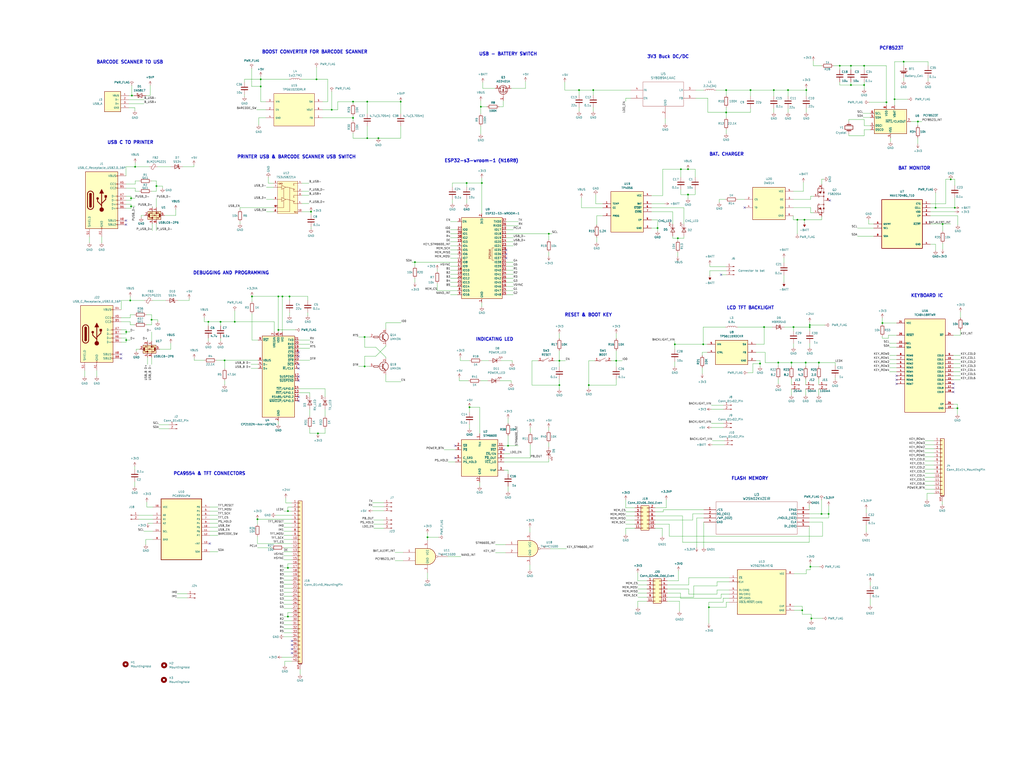
<source format=kicad_sch>
(kicad_sch (version 20230121) (generator eeschema)
  (paper "User" 640.994 480.035)
  (title_block (title "SMART CALCULATOR") (date "2024-10-01") (rev "1.00") (company "MUSCLE"))
  (junction (at 597.662 130.048))
  (junction (at 146.939 201.422))
  (junction (at 540.893 41.148))
  (junction (at 81.534 188.087))
  (junction (at 595.122 112.268))
  (junction (at 220.98 73.787))
  (junction (at 507.238 354.711))
  (junction (at 207.645 68.707))
  (junction (at 422.402 215.519))
  (junction (at 495.427 226.949))
  (junction (at 503.555 137.541))
  (junction (at 371.348 56.388))
  (junction (at 368.554 241.046))
  (junction (at 163.195 49.657))
  (junction (at 552.323 202.184))
  (junction (at 411.607 142.748))
  (junction (at 599.313 255.524))
  (junction (at 454.533 56.388))
  (junction (at 157.734 185.547))
  (junction (at 293.878 254.889))
  (junction (at 229.87 86.487))
  (junction (at 559.943 62.103))
  (junction (at 259.715 164.084))
  (junction (at 478.282 204.724))
  (junction (at 443.738 380.111))
  (junction (at 502.158 382.016))
  (junction (at 574.548 76.073))
  (junction (at 140.589 225.552))
  (junction (at 82.55 59.817))
  (junction (at 301.625 114.554))
  (junction (at 180.213 385.953))
  (junction (at 174.244 206.502))
  (junction (at 176.784 185.547))
  (junction (at 130.429 201.422))
  (junction (at 318.008 279.019))
  (junction (at 300.99 66.802))
  (junction (at 94.869 200.152))
  (junction (at 540.893 53.213))
  (junction (at 250.825 63.627))
  (junction (at 426.212 105.918))
  (junction (at 493.268 56.388))
  (junction (at 440.182 215.519))
  (junction (at 565.658 38.608))
  (junction (at 180.213 319.913))
  (junction (at 343.535 146.304))
  (junction (at 82.042 129.159))
  (junction (at 350.139 225.806))
  (junction (at 424.307 149.098))
  (junction (at 97.917 116.459))
  (junction (at 161.163 324.993))
  (junction (at 532.638 41.148))
  (junction (at 518.668 321.691))
  (junction (at 78.994 212.852))
  (junction (at 385.699 225.806))
  (junction (at 350.139 241.046))
  (junction (at 506.857 204.724))
  (junction (at 199.009 271.272))
  (junction (at 198.12 49.657))
  (junction (at 504.698 56.388))
  (junction (at 78.994 207.772))
  (junction (at 554.863 64.008))
  (junction (at 174.244 185.547))
  (junction (at 585.597 130.048))
  (junction (at 430.657 105.918))
  (junction (at 84.582 104.394))
  (junction (at 454.533 70.358))
  (junction (at 504.317 226.949))
  (junction (at 514.223 321.691))
  (junction (at 180.213 355.473))
  (junction (at 267.589 336.296))
  (junction (at 499.11 137.541))
  (junction (at 507.873 387.096))
  (junction (at 590.042 140.208))
  (junction (at 220.98 63.627))
  (junction (at 532.638 53.213))
  (junction (at 194.691 132.461))
  (junction (at 506.857 203.454))
  (junction (at 475.742 227.584))
  (junction (at 138.049 201.422))
  (junction (at 362.458 56.388))
  (junction (at 512.572 226.949))
  (junction (at 496.697 204.724))
  (junction (at 484.378 56.388))
  (junction (at 163.195 54.102))
  (junction (at 181.229 185.547))
  (junction (at 228.219 210.947))
  (junction (at 82.042 124.079))
  (junction (at 469.773 56.388))
  (junction (at 236.855 86.487))
  (junction (at 228.219 229.362))
  (junction (at 229.87 63.627))
  (junction (at 525.653 41.148))
  (junction (at 430.657 121.793))
  (junction (at 292.1 114.554))
  (junction (at 487.172 226.949))
  (no_connect (at 596.773 242.824))
  (no_connect (at 78.867 138.049))
  (no_connect (at 186.944 230.632))
  (no_connect (at 182.753 401.193))
  (no_connect (at 78.867 140.589))
  (no_connect (at 186.944 248.412))
  (no_connect (at 315.468 281.559))
  (no_connect (at 561.213 235.204))
  (no_connect (at 131.318 340.233))
  (no_connect (at 466.09 129.921))
  (no_connect (at 186.944 220.472))
  (no_connect (at 596.773 245.364))
  (no_connect (at 284.988 286.639))
  (no_connect (at 561.213 240.284))
  (no_connect (at 316.865 156.464))
  (no_connect (at 561.213 237.744))
  (no_connect (at 186.944 238.252))
  (no_connect (at 451.358 171.958))
  (no_connect (at 182.753 408.813))
  (no_connect (at 186.944 228.092))
  (no_connect (at 519.43 125.476))
  (no_connect (at 182.753 403.733))
  (no_connect (at 186.944 250.952))
  (no_connect (at 182.753 406.273))
  (no_connect (at 596.773 240.284))
  (no_connect (at 75.819 224.282))
  (no_connect (at 186.944 235.712))
  (no_connect (at 186.944 223.012))
  (no_connect (at 316.865 159.004))
  (no_connect (at 316.865 161.544))
  (no_connect (at 75.819 221.742))
  (no_connect (at 284.988 279.019))
  (wire (pts (xy 445.897 275.844) (xy 453.517 275.844)))
  (wire (pts (xy 188.595 49.657) (xy 198.12 49.657)))
  (wire (pts (xy 99.441 268.351) (xy 105.791 268.351)))
  (wire (pts (xy 75.819 198.882) (xy 81.534 198.882)))
  (wire (pts (xy 435.102 105.918) (xy 430.657 105.918)))
  (wire (pts (xy 368.554 225.806) (xy 372.364 225.806)))
  (wire (pts (xy 293.878 258.064) (xy 293.878 254.889)))
  (wire (pts (xy 422.402 213.614) (xy 422.402 215.519)))
  (wire (pts (xy 504.317 229.489) (xy 504.317 226.949)))
  (wire (pts (xy 91.948 317.373) (xy 91.948 314.198)))
  (wire (pts (xy 182.753 352.933) (xy 180.213 352.933)))
  (wire (pts (xy 590.042 140.208) (xy 590.042 144.653)))
  (wire (pts (xy 434.213 373.761) (xy 434.213 366.776)))
  (wire (pts (xy 507.238 352.806) (xy 507.238 354.711)))
  (wire (pts (xy 127.889 201.422) (xy 130.429 201.422)))
  (wire (pts (xy 88.392 134.874) (xy 88.392 136.144)))
  (wire (pts (xy 235.204 223.012) (xy 241.554 216.662)))
  (wire (pts (xy 177.673 393.573) (xy 182.753 393.573)))
  (wire (pts (xy 425.323 376.301) (xy 425.323 382.651)))
  (wire (pts (xy 82.042 129.159) (xy 84.582 129.159)))
  (wire (pts (xy 507.238 354.711) (xy 512.953 354.711)))
  (wire (pts (xy 394.843 61.468) (xy 391.668 61.468)))
  (wire (pts (xy 495.427 229.489) (xy 495.427 226.949)))
  (wire (pts (xy 473.202 215.519) (xy 478.282 215.519)))
  (wire (pts (xy 493.268 56.388) (xy 504.698 56.388)))
  (wire (pts (xy 95.758 337.693) (xy 91.313 337.693)))
  (wire (pts (xy 554.863 64.008) (xy 554.863 41.148)))
  (wire (pts (xy 229.87 63.627) (xy 229.87 71.247)))
  (wire (pts (xy 78.867 115.189) (xy 84.582 115.189)))
  (wire (pts (xy 199.009 271.272) (xy 203.454 271.272)))
  (wire (pts (xy 487.172 226.949) (xy 487.172 229.489)))
  (wire (pts (xy 91.44 59.817) (xy 93.98 59.817)))
  (wire (pts (xy 281.94 161.544) (xy 286.385 161.544)))
  (wire (pts (xy 320.548 225.679) (xy 313.563 225.679)))
  (wire (pts (xy 177.673 360.553) (xy 182.753 360.553)))
  (wire (pts (xy 316.865 164.084) (xy 321.31 164.084)))
  (wire (pts (xy 452.628 374.396) (xy 452.628 376.936)))
  (wire (pts (xy 514.858 335.661) (xy 514.858 326.771)))
  (wire (pts (xy 97.917 113.284) (xy 97.917 116.459)))
  (wire (pts (xy 421.132 147.828) (xy 421.132 149.098)))
  (wire (pts (xy 281.94 153.924) (xy 286.385 153.924)))
  (wire (pts (xy 601.218 195.199) (xy 601.218 199.009)))
  (wire (pts (xy 203.454 260.477) (xy 203.454 256.032)))
  (wire (pts (xy 177.673 385.953) (xy 180.213 385.953)))
  (wire (pts (xy 292.1 114.554) (xy 283.21 114.554)))
  (wire (pts (xy 353.568 51.308) (xy 353.568 56.388)))
  (wire (pts (xy 391.668 330.581) (xy 391.668 334.391)))
  (wire (pts (xy 78.867 104.394) (xy 84.582 104.394)))
  (wire (pts (xy 180.213 352.933) (xy 180.213 355.473)))
  (wire (pts (xy 101.727 117.729) (xy 101.727 116.459)))
  (wire (pts (xy 574.548 76.073) (xy 577.088 76.073)))
  (wire (pts (xy 87.122 113.284) (xy 84.582 113.284)))
  (wire (pts (xy 81.534 196.977) (xy 81.534 198.882)))
  (wire (pts (xy 493.268 67.818) (xy 493.268 70.358)))
  (wire (pts (xy 315.468 286.639) (xy 331.978 286.639)))
  (wire (pts (xy 424.307 149.098) (xy 424.307 150.368)))
  (wire (pts (xy 140.589 225.552) (xy 161.544 225.552)))
  (wire (pts (xy 177.673 327.533) (xy 182.753 327.533)))
  (wire (pts (xy 578.993 306.324) (xy 584.708 306.324)))
  (wire (pts (xy 471.297 233.299) (xy 468.122 233.299)))
  (wire (pts (xy 595.122 112.268) (xy 597.662 112.268)))
  (wire (pts (xy 410.083 330.581) (xy 414.528 330.581)))
  (wire (pts (xy 161.163 324.993) (xy 182.753 324.993)))
  (wire (pts (xy 430.657 121.793) (xy 430.657 124.333)))
  (wire (pts (xy 205.105 63.627) (xy 205.105 49.657)))
  (wire (pts (xy 421.132 140.208) (xy 421.132 132.588)))
  (wire (pts (xy 585.597 152.908) (xy 585.597 156.718)))
  (wire (pts (xy 84.582 113.284) (xy 84.582 115.189)))
  (wire (pts (xy 233.934 325.501) (xy 240.284 325.501)))
  (wire (pts (xy 85.344 218.567) (xy 85.344 219.837)))
  (wire (pts (xy 201.93 73.787) (xy 220.98 73.787)))
  (wire (pts (xy 267.589 336.296) (xy 267.589 338.201)))
  (wire (pts (xy 454.533 81.153) (xy 454.533 83.693)))
  (wire (pts (xy 188.976 127.381) (xy 193.421 127.381)))
  (wire (pts (xy 177.673 398.653) (xy 182.753 398.653)))
  (wire (pts (xy 56.007 148.209) (xy 56.007 152.019)))
  (wire (pts (xy 454.533 169.418) (xy 444.373 169.418)))
  (wire (pts (xy 157.48 54.102) (xy 163.195 54.102)))
  (wire (pts (xy 131.318 345.313) (xy 136.398 345.313)))
  (wire (pts (xy 94.869 196.977) (xy 94.869 200.152)))
  (wire (pts (xy 599.313 255.524) (xy 599.313 259.334)))
  (wire (pts (xy 559.943 62.103) (xy 568.198 62.103)))
  (wire (pts (xy 131.318 317.373) (xy 136.398 317.373)))
  (wire (pts (xy 75.819 193.802) (xy 75.819 188.087)))
  (wire (pts (xy 444.373 169.418) (xy 444.373 172.593)))
  (wire (pts (xy 514.35 115.316) (xy 514.35 112.141)))
  (wire (pts (xy 478.282 204.724) (xy 483.362 204.724)))
  (wire (pts (xy 410.083 317.881) (xy 417.068 317.881)))
  (wire (pts (xy 502.158 384.556) (xy 507.873 384.556)))
  (wire (pts (xy 506.603 324.231) (xy 518.668 324.231)))
  (wire (pts (xy 78.994 206.502) (xy 75.819 206.502)))
  (wire (pts (xy 319.913 238.379) (xy 312.928 238.379)))
  (wire (pts (xy 180.213 355.473) (xy 182.753 355.473)))
  (wire (pts (xy 431.038 361.696) (xy 456.438 361.696)))
  (wire (pts (xy 428.117 130.048) (xy 428.117 140.208)))
  (wire (pts (xy 163.195 49.657) (xy 163.195 54.102)))
  (wire (pts (xy 503.555 137.541) (xy 503.555 139.446)))
  (wire (pts (xy 582.422 127.508) (xy 591.947 127.508)))
  (wire (pts (xy 531.368 76.073) (xy 531.368 74.803)))
  (wire (pts (xy 121.539 225.552) (xy 127.889 225.552)))
  (wire (pts (xy 186.944 212.852) (xy 193.929 212.852)))
  (wire (pts (xy 444.373 166.878) (xy 444.373 165.608)))
  (wire (pts (xy 78.994 207.772) (xy 78.994 209.042)))
  (wire (pts (xy 502.158 382.016) (xy 502.158 379.476)))
  (wire (pts (xy 504.698 67.818) (xy 504.698 70.358)))
  (wire (pts (xy 102.997 134.874) (xy 109.982 134.874)))
  (wire (pts (xy 194.691 141.986) (xy 194.691 143.256)))
  (wire (pts (xy 343.408 277.114) (xy 343.408 279.654)))
  (wire (pts (xy 293.878 265.684) (xy 293.878 268.224)))
  (wire (pts (xy 496.57 124.841) (xy 507.365 124.841)))
  (wire (pts (xy 316.865 184.404) (xy 321.31 184.404)))
  (wire (pts (xy 542.163 328.676) (xy 542.163 333.121)))
  (wire (pts (xy 493.268 60.198) (xy 493.268 56.388)))
  (wire (pts (xy 267.589 333.756) (xy 267.589 336.296)))
  (wire (pts (xy 591.947 112.268) (xy 595.122 112.268)))
  (wire (pts (xy 131.318 335.153) (xy 136.398 335.153)))
  (wire (pts (xy 198.12 42.037) (xy 198.12 49.657)))
  (wire (pts (xy 193.929 268.097) (xy 193.929 271.272)))
  (wire (pts (xy 522.732 236.474) (xy 522.732 237.744)))
  (wire (pts (xy 473.202 225.679) (xy 475.742 225.679)))
  (wire (pts (xy 146.939 201.422) (xy 171.704 201.422)))
  (wire (pts (xy 417.068 312.801) (xy 417.068 317.881)))
  (wire (pts (xy 556.133 211.709) (xy 552.323 211.709)))
  (wire (pts (xy 399.288 376.301) (xy 399.288 380.111)))
  (wire (pts (xy 507.365 133.096) (xy 507.365 129.921)))
  (wire (pts (xy 397.383 317.881) (xy 391.668 317.881)))
  (wire (pts (xy 84.328 291.973) (xy 84.328 293.878)))
  (wire (pts (xy 362.458 67.183) (xy 362.458 69.723)))
  (wire (pts (xy 211.455 63.627) (xy 220.98 63.627)))
  (wire (pts (xy 241.554 216.027) (xy 241.554 216.662)))
  (wire (pts (xy 292.1 114.554) (xy 292.1 117.094)))
  (wire (pts (xy 430.657 105.918) (xy 426.212 105.918)))
  (wire (pts (xy 91.694 196.977) (xy 94.869 196.977)))
  (wire (pts (xy 80.645 67.437) (xy 84.455 67.437)))
  (wire (pts (xy 578.993 291.084) (xy 584.708 291.084)))
  (wire (pts (xy 177.673 347.853) (xy 182.753 347.853)))
  (wire (pts (xy 544.068 64.008) (xy 554.863 64.008)))
  (wire (pts (xy 343.535 150.114) (xy 343.535 146.304)))
  (wire (pts (xy 75.819 188.087) (xy 81.534 188.087)))
  (wire (pts (xy 431.038 371.856) (xy 448.818 371.856)))
  (wire (pts (xy 353.568 56.388) (xy 362.458 56.388)))
  (wire (pts (xy 543.687 140.208) (xy 543.687 137.668)))
  (wire (pts (xy 405.003 376.301) (xy 399.288 376.301)))
  (wire (pts (xy 350.139 225.806) (xy 353.949 225.806)))
  (wire (pts (xy 509.143 41.148) (xy 514.223 41.148)))
  (wire (pts (xy 281.94 174.244) (xy 286.385 174.244)))
  (wire (pts (xy 507.365 129.921) (xy 496.57 129.921)))
  (wire (pts (xy 399.288 366.141) (xy 405.003 366.141)))
  (wire (pts (xy 518.668 321.691) (xy 518.668 324.231)))
  (wire (pts (xy 424.688 357.251) (xy 424.688 363.601)))
  (wire (pts (xy 484.378 56.388) (xy 469.773 56.388)))
  (wire (pts (xy 178.308 413.893) (xy 178.308 416.433)))
  (wire (pts (xy 177.673 342.773) (xy 182.753 342.773)))
  (wire (pts (xy 544.703 81.153) (xy 540.893 81.153)))
  (wire (pts (xy 416.433 74.168) (xy 416.433 77.343)))
  (wire (pts (xy 559.943 62.103) (xy 559.943 65.913)))
  (wire (pts (xy 318.008 279.019) (xy 324.358 279.019)))
  (wire (pts (xy 552.323 199.009) (xy 552.323 202.184)))
  (wire (pts (xy 278.003 281.559) (xy 284.988 281.559)))
  (wire (pts (xy 241.554 205.867) (xy 241.554 202.057)))
  (wire (pts (xy 318.008 261.874) (xy 318.008 265.049)))
  (wire (pts (xy 78.994 212.852) (xy 78.994 211.582)))
  (wire (pts (xy 385.699 225.806) (xy 385.699 229.616)))
  (wire (pts (xy 82.042 125.349) (xy 78.867 125.349)))
  (wire (pts (xy 281.94 179.324) (xy 286.385 179.324)))
  (wire (pts (xy 316.865 179.324) (xy 321.31 179.324)))
  (wire (pts (xy 304.8 66.802) (xy 300.99 66.802)))
  (wire (pts (xy 273.685 168.529) (xy 273.685 169.799)))
  (wire (pts (xy 495.427 226.949) (xy 487.172 226.949)))
  (wire (pts (xy 456.438 374.396) (xy 452.628 374.396)))
  (wire (pts (xy 490.728 161.417) (xy 490.728 164.592)))
  (wire (pts (xy 78.994 212.852) (xy 78.994 214.122)))
  (wire (pts (xy 310.134 345.948) (xy 316.484 345.948)))
  (wire (pts (xy 316.865 174.244) (xy 321.31 174.244)))
  (wire (pts (xy 578.993 303.784) (xy 584.708 303.784)))
  (wire (pts (xy 475.742 227.584) (xy 471.297 227.584)))
  (wire (pts (xy 410.083 322.961) (xy 427.228 322.961)))
  (wire (pts (xy 343.535 146.304) (xy 316.865 146.304)))
  (wire (pts (xy 417.703 366.141) (xy 431.038 366.141)))
  (wire (pts (xy 168.021 114.681) (xy 168.021 110.871)))
  (wire (pts (xy 257.81 164.084) (xy 259.715 164.084)))
  (wire (pts (xy 316.865 138.684) (xy 324.485 138.684)))
  (wire (pts (xy 452.628 376.936) (xy 443.738 376.936)))
  (wire (pts (xy 310.134 340.868) (xy 316.484 340.868)))
  (wire (pts (xy 207.645 68.707) (xy 211.455 68.707)))
  (wire (pts (xy 601.218 206.629) (xy 601.218 209.804)))
  (wire (pts (xy 599.567 135.128) (xy 599.567 140.843)))
  (wire (pts (xy 440.563 326.771) (xy 440.563 342.646)))
  (wire (pts (xy 84.582 101.854) (xy 84.582 104.394)))
  (wire (pts (xy 131.318 332.613) (xy 136.398 332.613)))
  (wire (pts (xy 440.563 319.151) (xy 415.163 319.151)))
  (wire (pts (xy 434.213 366.776) (xy 448.818 366.776)))
  (wire (pts (xy 554.863 65.913) (xy 554.863 64.008)))
  (wire (pts (xy 578.993 301.244) (xy 584.708 301.244)))
  (wire (pts (xy 540.258 73.533) (xy 544.703 73.533)))
  (wire (pts (xy 220.98 63.627) (xy 220.98 64.897)))
  (wire (pts (xy 281.94 148.844) (xy 286.385 148.844)))
  (wire (pts (xy 111.379 188.087) (xy 118.364 188.087)))
  (wire (pts (xy 399.288 371.221) (xy 405.003 371.221)))
  (wire (pts (xy 78.994 207.772) (xy 81.534 207.772)))
  (wire (pts (xy 475.742 225.679) (xy 475.742 227.584)))
  (wire (pts (xy 316.865 181.864) (xy 321.31 181.864)))
  (wire (pts (xy 188.976 122.301) (xy 193.421 122.301)))
  (wire (pts (xy 565.658 38.608) (xy 559.943 38.608)))
  (wire (pts (xy 504.698 55.118) (xy 504.698 56.388)))
  (wire (pts (xy 60.579 231.902) (xy 60.579 235.712)))
  (wire (pts (xy 177.673 335.153) (xy 182.753 335.153)))
  (wire (pts (xy 193.929 260.477) (xy 193.929 256.032)))
  (wire (pts (xy 574.548 86.233) (xy 574.548 90.043)))
  (wire (pts (xy 391.668 61.468) (xy 391.668 63.373)))
  (wire (pts (xy 163.195 54.102) (xy 163.195 63.627)))
  (wire (pts (xy 425.958 371.221) (xy 417.703 371.221)))
  (wire (pts (xy 597.662 123.698) (xy 597.662 130.048)))
  (wire (pts (xy 228.219 210.947) (xy 231.394 210.947)))
  (wire (pts (xy 443.103 61.468) (xy 443.103 70.358)))
  (wire (pts (xy 98.679 201.422) (xy 98.679 200.152)))
  (wire (pts (xy 287.528 238.379) (xy 287.528 236.474)))
  (wire (pts (xy 422.402 215.519) (xy 422.402 218.694)))
  (wire (pts (xy 228.219 223.012) (xy 228.219 229.362)))
  (wire (pts (xy 496.57 137.541) (xy 496.57 135.001)))
  (wire (pts (xy 445.262 256.159) (xy 452.882 256.159)))
  (wire (pts (xy 292.1 124.714) (xy 292.1 127.254)))
  (wire (pts (xy 99.441 265.811) (xy 105.791 265.811)))
  (wire (pts (xy 580.263 308.864) (xy 580.263 312.674)))
  (wire (pts (xy 454.533 166.878) (xy 444.373 166.878)))
  (wire (pts (xy 177.673 355.473) (xy 180.213 355.473)))
  (wire (pts (xy 153.035 51.562) (xy 153.035 49.657)))
  (wire (pts (xy 186.944 217.932) (xy 193.929 217.932)))
  (wire (pts (xy 578.993 296.164) (xy 584.708 296.164)))
  (wire (pts (xy 182.753 413.893) (xy 178.308 413.893)))
  (wire (pts (xy 78.994 211.582) (xy 75.819 211.582)))
  (wire (pts (xy 233.934 328.041) (xy 240.284 328.041)))
  (wire (pts (xy 580.898 41.148) (xy 580.898 38.608)))
  (wire (pts (xy 316.865 176.784) (xy 321.31 176.784)))
  (wire (pts (xy 556.768 227.584) (xy 561.213 227.584)))
  (wire (pts (xy 302.26 51.562) (xy 302.26 55.372)))
  (wire (pts (xy 86.868 324.993) (xy 95.758 324.993)))
  (wire (pts (xy 95.758 317.373) (xy 91.948 317.373)))
  (wire (pts (xy 506.603 315.976) (xy 506.603 319.151)))
  (wire (pts (xy 578.993 275.844) (xy 584.708 275.844)))
  (wire (pts (xy 544.703 374.396) (xy 544.703 378.841)))
  (wire (pts (xy 478.917 220.599) (xy 478.917 226.949)))
  (wire (pts (xy 281.94 143.764) (xy 286.385 143.764)))
  (wire (pts (xy 281.94 171.704) (xy 286.385 171.704)))
  (wire (pts (xy 90.297 134.874) (xy 88.392 134.874)))
  (wire (pts (xy 157.734 185.547) (xy 174.244 185.547)))
  (wire (pts (xy 81.534 188.087) (xy 90.424 188.087)))
  (wire (pts (xy 84.455 67.437) (xy 84.455 69.342)))
  (wire (pts (xy 411.607 144.653) (xy 411.607 142.748)))
  (wire (pts (xy 198.12 49.657) (xy 205.105 49.657)))
  (wire (pts (xy 174.244 185.547) (xy 174.244 206.502)))
  (wire (pts (xy 332.994 225.806) (xy 336.804 225.806)))
  (wire (pts (xy 316.865 143.764) (xy 321.31 143.764)))
  (wire (pts (xy 362.458 59.563) (xy 362.458 56.388)))
  (wire (pts (xy 318.008 304.419) (xy 318.008 307.594)))
  (wire (pts (xy 94.869 203.327) (xy 91.694 203.327)))
  (wire (pts (xy 385.699 225.806) (xy 389.509 225.806)))
  (wire (pts (xy 241.554 223.647) (xy 235.204 217.297)))
  (wire (pts (xy 314.96 62.992) (xy 314.96 66.802)))
  (wire (pts (xy 177.673 380.873) (xy 182.753 380.873)))
  (wire (pts (xy 502.158 379.476) (xy 497.078 379.476)))
  (wire (pts (xy 435.102 121.793) (xy 435.102 118.618)))
  (wire (pts (xy 478.282 204.724) (xy 461.772 204.724)))
  (wire (pts (xy 591.947 112.268) (xy 591.947 127.508)))
  (wire (pts (xy 250.825 86.487) (xy 250.825 78.867)))
  (wire (pts (xy 522.732 226.949) (xy 512.572 226.949)))
  (wire (pts (xy 410.083 325.501) (xy 433.578 325.501)))
  (wire (pts (xy 507.365 124.841) (xy 507.365 122.936)))
  (wire (pts (xy 177.673 391.033) (xy 182.753 391.033)))
  (wire (pts (xy 82.042 122.809) (xy 82.042 124.079)))
  (wire (pts (xy 233.299 314.706) (xy 240.284 314.706)))
  (wire (pts (xy 203.454 243.332) (xy 186.944 243.332)))
  (wire (pts (xy 504.317 226.949) (xy 495.427 226.949)))
  (wire (pts (xy 372.872 127.508) (xy 372.872 121.793)))
  (wire (pts (xy 385.699 241.046) (xy 368.554 241.046)))
  (wire (pts (xy 469.773 56.388) (xy 454.533 56.388)))
  (wire (pts (xy 525.653 53.213) (xy 532.638 53.213)))
  (wire (pts (xy 504.698 359.156) (xy 504.698 356.616)))
  (wire (pts (xy 180.213 385.953) (xy 182.753 385.953)))
  (wire (pts (xy 284.988 289.179) (xy 280.543 289.179)))
  (wire (pts (xy 542.163 321.056) (xy 542.163 318.516)))
  (wire (pts (xy 596.773 222.504) (xy 601.218 222.504)))
  (wire (pts (xy 281.94 146.304) (xy 286.385 146.304)))
  (wire (pts (xy 514.35 137.541) (xy 503.555 137.541)))
  (wire (pts (xy 177.673 330.073) (xy 182.753 330.073)))
  (wire (pts (xy 131.318 330.073) (xy 136.398 330.073)))
  (wire (pts (xy 490.728 172.212) (xy 490.728 176.657)))
  (wire (pts (xy 92.329 223.647) (xy 92.329 228.092)))
  (wire (pts (xy 578.993 280.924) (xy 584.708 280.924)))
  (wire (pts (xy 385.699 208.661) (xy 385.699 211.836)))
  (wire (pts (xy 506.857 203.454) (xy 516.382 203.454)))
  (wire (pts (xy 300.228 254.889) (xy 300.228 271.399)))
  (wire (pts (xy 52.959 231.902) (xy 52.959 235.712)))
  (wire (pts (xy 188.976 119.761) (xy 193.421 119.761)))
  (wire (pts (xy 540.893 81.153) (xy 540.893 84.963)))
  (wire (pts (xy 417.703 363.601) (xy 424.688 363.601)))
  (wire (pts (xy 166.37 73.787) (xy 161.925 73.787)))
  (wire (pts (xy 422.402 215.519) (xy 440.182 215.519)))
  (wire (pts (xy 166.751 132.461) (xy 171.196 132.461)))
  (wire (pts (xy 407.797 130.048) (xy 428.117 130.048)))
  (wire (pts (xy 496.697 214.884) (xy 496.697 217.424)))
  (wire (pts (xy 84.074 196.977) (xy 81.534 196.977)))
  (wire (pts (xy 177.673 365.633) (xy 182.753 365.633)))
  (wire (pts (xy 435.483 61.468) (xy 443.103 61.468)))
  (wire (pts (xy 512.572 243.459) (xy 512.572 247.269)))
  (wire (pts (xy 532.638 51.308) (xy 532.638 53.213)))
  (wire (pts (xy 582.422 140.208) (xy 590.042 140.208)))
  (wire (pts (xy 506.857 201.549) (xy 506.857 203.454)))
  (wire (pts (xy 456.438 364.236) (xy 448.818 364.236)))
  (wire (pts (xy 163.195 47.752) (xy 163.195 49.657)))
  (wire (pts (xy 436.118 324.231) (xy 436.118 342.646)))
  (wire (pts (xy 414.782 105.918) (xy 414.782 122.428)))
  (wire (pts (xy 82.042 124.079) (xy 84.582 124.079)))
  (wire (pts (xy 590.042 140.208) (xy 595.122 140.208)))
  (wire (pts (xy 267.589 336.296) (xy 274.574 336.296)))
  (wire (pts (xy 445.897 278.384) (xy 453.517 278.384)))
  (wire (pts (xy 484.378 67.818) (xy 484.378 70.358)))
  (wire (pts (xy 172.593 322.453) (xy 182.753 322.453)))
  (wire (pts (xy 426.212 118.618) (xy 426.212 121.793)))
  (wire (pts (xy 281.94 176.784) (xy 286.385 176.784)))
  (wire (pts (xy 531.368 74.803) (xy 540.893 74.803)))
  (wire (pts (xy 182.753 314.833) (xy 178.943 314.833)))
  (wire (pts (xy 514.223 312.801) (xy 514.223 321.691)))
  (wire (pts (xy 540.893 74.803) (xy 540.893 78.613)))
  (wire (pts (xy 426.212 105.918) (xy 414.782 105.918)))
  (wire (pts (xy 461.645 124.841) (xy 466.09 124.841)))
  (wire (pts (xy 224.409 210.947) (xy 228.219 210.947)))
  (wire (pts (xy 350.139 225.806) (xy 350.139 229.616)))
  (wire (pts (xy 138.049 211.582) (xy 138.049 213.487)))
  (wire (pts (xy 382.524 225.806) (xy 385.699 225.806)))
  (wire (pts (xy 469.773 70.358) (xy 469.773 67.818)))
  (wire (pts (xy 318.008 294.259) (xy 315.468 294.259)))
  (wire (pts (xy 82.042 129.159) (xy 82.042 130.429)))
  (wire (pts (xy 596.773 232.664) (xy 601.218 232.664)))
  (wire (pts (xy 293.878 225.679) (xy 288.163 225.679)))
  (wire (pts (xy 596.773 209.804) (xy 601.218 209.804)))
  (wire (pts (xy 454.152 204.724) (xy 440.182 204.724)))
  (wire (pts (xy 421.132 149.098) (xy 424.307 149.098)))
  (wire (pts (xy 150.241 138.811) (xy 150.241 140.081)))
  (wire (pts (xy 150.241 129.921) (xy 150.241 131.191)))
  (wire (pts (xy 499.11 137.541) (xy 499.11 146.431)))
  (wire (pts (xy 220.98 86.487) (xy 229.87 86.487)))
  (wire (pts (xy 448.818 364.236) (xy 448.818 366.776)))
  (wire (pts (xy 345.44 146.304) (xy 343.535 146.304)))
  (wire (pts (xy 95.504 188.087) (xy 103.759 188.087)))
  (wire (pts (xy 430.657 121.793) (xy 435.102 121.793)))
  (wire (pts (xy 273.685 177.419) (xy 273.685 181.864)))
  (wire (pts (xy 315.468 279.019) (xy 318.008 279.019)))
  (wire (pts (xy 525.653 51.308) (xy 525.653 53.213)))
  (wire (pts (xy 507.873 387.096) (xy 514.858 387.096)))
  (wire (pts (xy 171.196 114.681) (xy 168.021 114.681)))
  (wire (pts (xy 475.742 227.584) (xy 475.742 229.489)))
  (wire (pts (xy 414.528 330.581) (xy 414.528 335.661)))
  (wire (pts (xy 431.038 366.141) (xy 431.038 361.696)))
  (wire (pts (xy 332.994 225.806) (xy 332.994 241.046)))
  (wire (pts (xy 131.318 319.913) (xy 136.398 319.913)))
  (wire (pts (xy 192.659 185.547) (xy 181.229 185.547)))
  (wire (pts (xy 346.964 225.806) (xy 350.139 225.806)))
  (wire (pts (xy 599.313 252.984) (xy 599.313 255.524)))
  (wire (pts (xy 177.673 378.333) (xy 182.753 378.333)))
  (wire (pts (xy 82.042 130.429) (xy 78.867 130.429)))
  (wire (pts (xy 157.734 185.547) (xy 157.734 188.722)))
  (wire (pts (xy 127.889 198.882) (xy 127.889 201.422)))
  (wire (pts (xy 362.458 56.388) (xy 371.348 56.388)))
  (wire (pts (xy 87.249 218.567) (xy 85.344 218.567)))
  (wire (pts (xy 578.993 286.004) (xy 584.708 286.004)))
  (wire (pts (xy 570.103 76.073) (xy 574.548 76.073)))
  (wire (pts (xy 247.269 345.821) (xy 252.349 345.821)))
  (wire (pts (xy 368.554 241.046) (xy 368.554 242.951)))
  (wire (pts (xy 161.544 212.852) (xy 157.734 212.852)))
  (wire (pts (xy 157.48 42.672) (xy 157.48 54.102)))
  (wire (pts (xy 512.572 237.109) (xy 512.572 240.919)))
  (wire (pts (xy 177.673 373.253) (xy 182.753 373.253)))
  (wire (pts (xy 407.797 127.508) (xy 416.052 127.508)))
  (wire (pts (xy 286.385 164.084) (xy 259.715 164.084)))
  (wire (pts (xy 443.103 70.358) (xy 454.533 70.358)))
  (wire (pts (xy 495.427 237.109) (xy 495.427 240.919)))
  (wire (pts (xy 318.008 296.799) (xy 318.008 294.259)))
  (wire (pts (xy 80.645 64.897) (xy 90.17 64.897)))
  (wire (pts (xy 174.244 206.502) (xy 174.244 207.772)))
  (wire (pts (xy 565.658 48.768) (xy 565.658 50.673)))
  (wire (pts (xy 92.583 327.533) (xy 95.758 327.533)))
  (wire (pts (xy 177.673 319.913) (xy 180.213 319.913)))
  (wire (pts (xy 228.219 210.947) (xy 228.219 217.297)))
  (wire (pts (xy 233.299 319.786) (xy 240.284 319.786)))
  (wire (pts (xy 203.454 271.272) (xy 203.454 268.097)))
  (wire (pts (xy 596.773 225.044) (xy 601.218 225.044)))
  (wire (pts (xy 81.534 185.547) (xy 81.534 188.087)))
  (wire (pts (xy 187.833 418.973) (xy 187.833 422.148)))
  (wire (pts (xy 424.307 157.988) (xy 424.307 160.528)))
  (wire (pts (xy 331.978 267.589) (xy 331.978 270.764)))
  (wire (pts (xy 78.867 110.109) (xy 78.867 104.394)))
  (wire (pts (xy 435.483 56.388) (xy 440.563 56.388)))
  (wire (pts (xy 286.385 181.864) (xy 273.685 181.864)))
  (wire (pts (xy 131.318 327.533) (xy 136.398 327.533)))
  (wire (pts (xy 114.427 104.394) (xy 121.412 104.394)))
  (wire (pts (xy 288.163 225.679) (xy 288.163 223.774)))
  (wire (pts (xy 177.673 358.013) (xy 182.753 358.013)))
  (wire (pts (xy 487.172 237.109) (xy 487.172 240.284)))
  (wire (pts (xy 440.563 324.231) (xy 436.118 324.231)))
  (wire (pts (xy 95.377 129.794) (xy 95.377 129.159)))
  (wire (pts (xy 94.869 200.152) (xy 94.869 203.327)))
  (wire (pts (xy 180.975 49.657) (xy 163.195 49.657)))
  (wire (pts (xy 417.703 368.681) (xy 431.038 368.681)))
  (wire (pts (xy 300.863 238.379) (xy 305.308 238.379)))
  (wire (pts (xy 454.533 70.358) (xy 469.773 70.358)))
  (wire (pts (xy 471.297 227.584) (xy 471.297 233.299)))
  (wire (pts (xy 177.673 370.713) (xy 182.753 370.713)))
  (wire (pts (xy 454.533 56.388) (xy 454.533 59.563)))
  (wire (pts (xy 146.939 194.437) (xy 146.939 201.422)))
  (wire (pts (xy 497.078 382.016) (xy 502.158 382.016)))
  (wire (pts (xy 445.262 265.049) (xy 452.882 265.049)))
  (wire (pts (xy 281.94 166.624) (xy 286.385 166.624)))
  (wire (pts (xy 82.55 59.817) (xy 83.82 59.817)))
  (wire (pts (xy 320.04 55.372) (xy 328.93 55.372)))
  (wire (pts (xy 407.797 137.668) (xy 411.607 137.668)))
  (wire (pts (xy 82.042 124.079) (xy 82.042 125.349)))
  (wire (pts (xy 180.213 383.413) (xy 180.213 385.953)))
  (wire (pts (xy 228.219 229.362) (xy 231.394 229.362)))
  (wire (pts (xy 454.025 124.841) (xy 450.215 124.841)))
  (wire (pts (xy 283.21 114.554) (xy 283.21 117.094)))
  (wire (pts (xy 496.57 119.761) (xy 502.92 119.761)))
  (wire (pts (xy 399.288 373.761) (xy 405.003 373.761)))
  (wire (pts (xy 556.768 217.424) (xy 561.213 217.424)))
  (wire (pts (xy 235.204 223.012) (xy 228.219 223.012)))
  (wire (pts (xy 425.958 374.396) (xy 425.958 371.221)))
  (wire (pts (xy 301.625 114.554) (xy 301.625 133.604)))
  (wire (pts (xy 350.139 219.456) (xy 350.139 225.806)))
  (wire (pts (xy 439.547 230.124) (xy 439.547 233.934)))
  (wire (pts (xy 267.589 358.521) (xy 267.589 362.331)))
  (wire (pts (xy 504.317 243.459) (xy 504.317 247.269)))
  (wire (pts (xy 448.818 369.316) (xy 448.818 371.856)))
  (wire (pts (xy 95.377 139.954) (xy 95.377 144.399)))
  (wire (pts (xy 98.552 104.394) (xy 106.807 104.394)))
  (wire (pts (xy 121.412 104.394) (xy 121.412 103.124)))
  (wire (pts (xy 78.994 209.042) (xy 75.819 209.042)))
  (wire (pts (xy 161.163 324.993) (xy 161.163 328.168)))
  (wire (pts (xy 241.554 202.057) (xy 251.079 202.057)))
  (wire (pts (xy 98.679 200.152) (xy 94.869 200.152)))
  (wire (pts (xy 532.638 41.148) (xy 525.653 41.148)))
  (wire (pts (xy 153.035 49.657) (xy 163.195 49.657)))
  (wire (pts (xy 418.973 335.661) (xy 514.858 335.661)))
  (wire (pts (xy 580.898 48.768) (xy 580.898 50.673)))
  (wire (pts (xy 140.589 225.552) (xy 140.589 230.632)))
  (wire (pts (xy 410.083 328.041) (xy 418.973 328.041)))
  (wire (pts (xy 97.917 119.634) (xy 94.742 119.634)))
  (wire (pts (xy 531.368 84.963) (xy 531.368 83.693)))
  (wire (pts (xy 506.857 207.264) (xy 506.857 204.724)))
  (wire (pts (xy 454.533 70.358) (xy 454.533 73.533)))
  (wire (pts (xy 301.625 189.484) (xy 301.625 192.024)))
  (wire (pts (xy 596.773 235.204) (xy 601.218 235.204)))
  (wire (pts (xy 224.409 229.362) (xy 228.219 229.362)))
  (wire (pts (xy 281.94 184.404) (xy 286.385 184.404)))
  (wire (pts (xy 300.99 78.867) (xy 300.99 83.947)))
  (wire (pts (xy 160.655 68.707) (xy 166.37 68.707)))
  (wire (pts (xy 316.865 153.924) (xy 321.31 153.924)))
  (wire (pts (xy 176.403 411.353) (xy 182.753 411.353)))
  (wire (pts (xy 161.163 340.233) (xy 182.753 340.233)))
  (wire (pts (xy 445.262 267.589) (xy 452.882 267.589)))
  (wire (pts (xy 578.993 278.384) (xy 584.708 278.384)))
  (wire (pts (xy 424.307 149.098) (xy 428.117 149.098)))
  (wire (pts (xy 78.994 212.852) (xy 81.534 212.852)))
  (wire (pts (xy 411.607 142.748) (xy 407.797 142.748)))
  (wire (pts (xy 426.212 105.918) (xy 426.212 110.998)))
  (wire (pts (xy 427.228 339.471) (xy 506.603 339.471)))
  (wire (pts (xy 78.867 117.729) (xy 84.582 117.729)))
  (wire (pts (xy 97.917 139.954) (xy 97.917 144.399)))
  (wire (pts (xy 439.547 220.599) (xy 439.547 222.504)))
  (wire (pts (xy 78.867 127.889) (xy 82.042 127.889)))
  (wire (pts (xy 78.867 122.809) (xy 82.042 122.809)))
  (wire (pts (xy 411.607 137.668) (xy 411.607 142.748)))
  (wire (pts (xy 507.873 384.556) (xy 507.873 387.096)))
  (wire (pts (xy 229.87 63.627) (xy 250.825 63.627)))
  (wire (pts (xy 596.773 227.584) (xy 601.218 227.584)))
  (wire (pts (xy 350.139 241.046) (xy 350.139 243.586)))
  (wire (pts (xy 82.55 53.467) (xy 82.55 59.817)))
  (wire (pts (xy 316.865 169.164) (xy 321.31 169.164)))
  (wire (pts (xy 331.724 330.073) (xy 331.724 333.248)))
  (wire (pts (xy 514.858 326.771) (xy 506.603 326.771)))
  (wire (pts (xy 540.893 84.963) (xy 531.368 84.963)))
  (wire (pts (xy 343.408 287.274) (xy 343.408 289.179)))
  (wire (pts (xy 110.871 371.729) (xy 117.221 371.729)))
  (wire (pts (xy 442.722 215.519) (xy 440.182 215.519)))
  (wire (pts (xy 536.702 147.828) (xy 546.862 147.828)))
  (wire (pts (xy 546.862 140.208) (xy 543.687 140.208)))
  (wire (pts (xy 399.288 358.521) (xy 399.288 363.601)))
  (wire (pts (xy 421.132 132.588) (xy 407.797 132.588)))
  (wire (pts (xy 131.318 322.453) (xy 136.398 322.453)))
  (wire (pts (xy 177.673 337.693) (xy 182.753 337.693)))
  (wire (pts (xy 110.871 374.269) (xy 117.221 374.269)))
  (wire (pts (xy 229.87 86.487) (xy 236.855 86.487)))
  (wire (pts (xy 556.133 209.804) (xy 556.133 211.709)))
  (wire (pts (xy 503.555 137.541) (xy 499.11 137.541)))
  (wire (pts (xy 495.427 243.459) (xy 495.427 247.269)))
  (wire (pts (xy 176.784 185.547) (xy 181.229 185.547)))
  (wire (pts (xy 578.993 288.544) (xy 584.708 288.544)))
  (wire (pts (xy 561.213 209.804) (xy 556.133 209.804)))
  (wire (pts (xy 220.98 73.787) (xy 220.98 72.517)))
  (wire (pts (xy 78.994 214.122) (xy 75.819 214.122)))
  (wire (pts (xy 502.158 384.556) (xy 502.158 382.016)))
  (wire (pts (xy 582.422 135.128) (xy 599.567 135.128)))
  (wire (pts (xy 507.238 354.711) (xy 507.238 356.616)))
  (wire (pts (xy 344.424 343.408) (xy 354.584 343.408)))
  (wire (pts (xy 514.35 112.141) (xy 515.62 112.141)))
  (wire (pts (xy 259.715 176.784) (xy 259.715 174.244)))
  (wire (pts (xy 281.94 159.004) (xy 286.385 159.004)))
  (wire (pts (xy 425.958 374.396) (xy 451.358 374.396)))
  (wire (pts (xy 80.645 59.817) (xy 82.55 59.817)))
  (wire (pts (xy 194.691 134.366) (xy 194.691 132.461)))
  (wire (pts (xy 507.873 387.096) (xy 507.873 388.366)))
  (wire (pts (xy 450.215 124.841) (xy 450.215 126.746)))
  (wire (pts (xy 153.035 59.182) (xy 153.035 60.452)))
  (wire (pts (xy 418.973 328.041) (xy 418.973 335.661)))
  (wire (pts (xy 414.782 122.428) (xy 407.797 122.428)))
  (wire (pts (xy 182.753 383.413) (xy 180.213 383.413)))
  (wire (pts (xy 331.724 353.568) (xy 331.724 356.743)))
  (wire (pts (xy 130.429 203.962) (xy 130.429 201.422)))
  (wire (pts (xy 417.703 373.761) (xy 434.213 373.761)))
  (wire (pts (xy 422.402 226.314) (xy 422.402 229.489)))
  (wire (pts (xy 506.857 214.884) (xy 506.857 217.424)))
  (wire (pts (xy 415.163 319.151) (xy 415.163 320.421)))
  (wire (pts (xy 506.603 321.691) (xy 514.223 321.691)))
  (wire (pts (xy 391.668 320.421) (xy 397.383 320.421)))
  (wire (pts (xy 186.944 225.552) (xy 193.929 225.552)))
  (wire (pts (xy 92.329 213.487) (xy 92.329 212.852)))
  (wire (pts (xy 596.773 230.124) (xy 601.218 230.124)))
  (wire (pts (xy 451.358 374.396) (xy 451.358 371.856)))
  (wire (pts (xy 540.258 70.993) (xy 544.703 70.993)))
  (wire (pts (xy 177.673 363.093) (xy 182.753 363.093)))
  (wire (pts (xy 86.868 322.453) (xy 95.758 322.453)))
  (wire (pts (xy 552.323 202.184) (xy 552.323 202.819)))
  (wire (pts (xy 556.768 225.044) (xy 561.213 225.044)))
  (wire (pts (xy 582.422 132.588) (xy 597.662 132.588)))
  (wire (pts (xy 176.784 185.547) (xy 176.784 207.772)))
  (wire (pts (xy 150.241 129.921) (xy 171.196 129.921)))
  (wire (pts (xy 94.869 223.647) (xy 94.869 228.092)))
  (wire (pts (xy 557.403 86.233) (xy 557.403 88.773)))
  (wire (pts (xy 580.898 38.608) (xy 565.658 38.608)))
  (wire (pts (xy 496.697 204.724) (xy 496.697 207.264)))
  (wire (pts (xy 578.993 283.464) (xy 584.708 283.464)))
  (wire (pts (xy 78.994 207.772) (xy 78.994 206.502)))
  (wire (pts (xy 532.638 41.148) (xy 532.638 43.688)))
  (wire (pts (xy 180.213 319.913) (xy 182.753 319.913)))
  (wire (pts (xy 596.773 255.524) (xy 599.313 255.524)))
  (wire (pts (xy 540.893 78.613) (xy 544.703 78.613)))
  (wire (pts (xy 504.698 356.616) (xy 507.238 356.616)))
  (wire (pts (xy 157.099 228.092) (xy 161.544 228.092)))
  (wire (pts (xy 343.408 267.589) (xy 343.408 269.494)))
  (wire (pts (xy 157.099 230.632) (xy 161.544 230.632)))
  (wire (pts (xy 99.949 218.567) (xy 106.934 218.567)))
  (wire (pts (xy 300.228 301.879) (xy 300.228 304.419)))
  (wire (pts (xy 138.049 203.962) (xy 138.049 201.422)))
  (wire (pts (xy 75.819 201.422) (xy 81.534 201.422)))
  (wire (pts (xy 451.358 371.856) (xy 456.438 371.856)))
  (wire (pts (xy 207.645 57.277) (xy 207.645 68.707)))
  (wire (pts (xy 301.625 114.554) (xy 292.1 114.554)))
  (wire (pts (xy 319.913 239.649) (xy 319.913 238.379)))
  (wire (pts (xy 161.163 342.773) (xy 170.053 342.773)))
  (wire (pts (xy 118.364 188.087) (xy 118.364 186.817)))
  (wire (pts (xy 451.358 171.958) (xy 454.533 171.958)))
  (wire (pts (xy 578.993 293.624) (xy 584.708 293.624)))
  (wire (pts (xy 556.768 222.504) (xy 561.213 222.504)))
  (wire (pts (xy 582.422 130.048) (xy 585.597 130.048)))
  (wire (pts (xy 188.976 114.681) (xy 193.421 114.681)))
  (wire (pts (xy 91.313 337.693) (xy 91.313 340.868)))
  (wire (pts (xy 192.659 195.707) (xy 192.659 197.612)))
  (wire (pts (xy 391.668 328.041) (xy 397.383 328.041)))
  (wire (pts (xy 281.94 169.164) (xy 286.385 169.164)))
  (wire (pts (xy 182.753 317.373) (xy 180.213 317.373)))
  (wire (pts (xy 373.507 140.843) (xy 373.507 135.128)))
  (wire (pts (xy 316.865 148.844) (xy 321.31 148.844)))
  (wire (pts (xy 552.323 211.709) (xy 552.323 210.439)))
  (wire (pts (xy 540.893 41.148) (xy 554.863 41.148)))
  (wire (pts (xy 177.673 388.493) (xy 182.753 388.493)))
  (wire (pts (xy 584.708 308.864) (xy 580.263 308.864)))
  (wire (pts (xy 433.578 325.501) (xy 433.578 321.691)))
  (wire (pts (xy 300.99 62.992) (xy 300.99 66.802)))
  (wire (pts (xy 399.288 368.681) (xy 405.003 368.681)))
  (wire (pts (xy 247.269 350.901) (xy 252.349 350.901)))
  (wire (pts (xy 456.438 369.316) (xy 448.818 369.316)))
  (wire (pts (xy 312.42 66.802) (xy 314.96 66.802)))
  (wire (pts (xy 177.673 396.113) (xy 182.753 396.113)))
  (wire (pts (xy 233.934 330.581) (xy 240.284 330.581)))
  (wire (pts (xy 194.691 132.461) (xy 188.976 132.461)))
  (wire (pts (xy 315.468 289.179) (xy 343.408 289.179)))
  (wire (pts (xy 174.244 206.502) (xy 185.039 206.502)))
  (wire (pts (xy 177.673 368.173) (xy 182.753 368.173)))
  (wire (pts (xy 281.94 156.464) (xy 286.385 156.464)))
  (wire (pts (xy 585.597 130.048) (xy 597.662 130.048)))
  (wire (pts (xy 428.117 149.098) (xy 428.117 147.828)))
  (wire (pts (xy 371.348 59.563) (xy 371.348 56.388)))
  (wire (pts (xy 192.659 188.087) (xy 192.659 185.547)))
  (wire (pts (xy 565.658 38.608) (xy 565.658 41.148)))
  (wire (pts (xy 385.699 219.456) (xy 385.699 225.806)))
  (wire (pts (xy 499.11 137.541) (xy 496.57 137.541)))
  (wire (pts (xy 332.994 241.046) (xy 350.139 241.046)))
  (wire (pts (xy 161.163 335.788) (xy 161.163 340.233)))
  (wire (pts (xy 211.455 68.707) (xy 211.455 63.627)))
  (wire (pts (xy 556.768 214.884) (xy 561.213 214.884)))
  (wire (pts (xy 163.195 63.627) (xy 166.37 63.627)))
  (wire (pts (xy 371.348 56.388) (xy 394.843 56.388)))
  (wire (pts (xy 506.857 203.454) (xy 506.857 204.724)))
  (wire (pts (xy 343.535 160.274) (xy 343.535 157.734)))
  (wire (pts (xy 536.702 142.748) (xy 546.862 142.748)))
  (wire (pts (xy 316.865 141.224) (xy 324.485 141.224)))
  (wire (pts (xy 93.98 53.467) (xy 93.98 59.817)))
  (wire (pts (xy 490.982 204.724) (xy 496.697 204.724)))
  (wire (pts (xy 177.673 345.313) (xy 182.753 345.313)))
  (wire (pts (xy 220.98 83.312) (xy 220.98 86.487)))
  (wire (pts (xy 585.597 120.523) (xy 585.597 130.048)))
  (wire (pts (xy 233.299 317.246) (xy 240.284 317.246)))
  (wire (pts (xy 377.317 130.048) (xy 363.982 130.048)))
  (wire (pts (xy 90.043 332.613) (xy 95.758 332.613)))
  (wire (pts (xy 540.893 41.148) (xy 540.893 43.688)))
  (wire (pts (xy 497.078 359.156) (xy 504.698 359.156)))
  (wire (pts (xy 590.042 152.273) (xy 590.042 156.083)))
  (wire (pts (xy 514.35 135.636) (xy 514.35 137.541)))
  (wire (pts (xy 391.668 325.501) (xy 397.383 325.501)))
  (wire (pts (xy 94.869 207.772) (xy 94.869 213.487)))
  (wire (pts (xy 81.534 203.327) (xy 84.074 203.327)))
  (wire (pts (xy 454.533 380.111) (xy 443.738 380.111)))
  (wire (pts (xy 556.768 232.664) (xy 561.213 232.664)))
  (wire (pts (xy 316.865 166.624) (xy 321.31 166.624)))
  (wire (pts (xy 521.843 41.148) (xy 525.653 41.148)))
  (wire (pts (xy 484.378 60.198) (xy 484.378 56.388)))
  (wire (pts (xy 300.228 254.889) (xy 293.878 254.889)))
  (wire (pts (xy 228.219 217.297) (xy 235.204 217.297)))
  (wire (pts (xy 201.93 63.627) (xy 205.105 63.627)))
  (wire (pts (xy 63.627 148.209) (xy 63.627 152.019)))
  (wire (pts (xy 525.653 41.148) (xy 525.653 43.688)))
  (wire (pts (xy 181.229 195.707) (xy 181.229 197.612)))
  (wire (pts (xy 522.732 228.854) (xy 522.732 226.949)))
  (wire (pts (xy 97.917 116.459) (xy 97.917 119.634)))
  (wire (pts (xy 203.454 248.412) (xy 203.454 243.332)))
  (wire (pts (xy 478.282 204.724) (xy 478.282 215.519)))
  (wire (pts (xy 373.507 135.128) (xy 377.317 135.128)))
  (wire (pts (xy 391.668 322.961) (xy 397.383 322.961)))
  (wire (pts (xy 281.94 151.384) (xy 286.385 151.384)))
  (wire (pts (xy 166.751 117.221) (xy 171.196 117.221)))
  (wire (pts (xy 506.857 204.724) (xy 496.697 204.724)))
  (wire (pts (xy 84.582 104.394) (xy 93.472 104.394)))
  (wire (pts (xy 106.934 218.567) (xy 106.934 214.757)))
  (wire (pts (xy 315.468 284.099) (xy 319.278 284.099)))
  (wire (pts (xy 283.21 124.714) (xy 283.21 127.254)))
  (wire (pts (xy 596.773 237.744) (xy 601.218 237.744)))
  (wire (pts (xy 94.742 113.284) (xy 97.917 113.284)))
  (wire (pts (xy 220.98 73.787) (xy 220.98 75.692)))
  (wire (pts (xy 445.262 253.619) (xy 452.882 253.619)))
  (wire (pts (xy 578.993 298.704) (xy 584.708 298.704)))
  (wire (pts (xy 309.88 55.372) (xy 302.26 55.372)))
  (wire (pts (xy 509.143 37.973) (xy 509.143 41.148)))
  (wire (pts (xy 181.229 188.087) (xy 181.229 185.547)))
  (wire (pts (xy 597.662 112.268) (xy 597.662 116.078)))
  (wire (pts (xy 391.668 312.801) (xy 391.668 317.881)))
  (wire (pts (xy 427.228 322.961) (xy 427.228 339.471)))
  (wire (pts (xy 556.768 230.124) (xy 561.213 230.124)))
  (wire (pts (xy 512.572 229.489) (xy 512.572 226.949)))
  (wire (pts (xy 193.929 271.272) (xy 199.009 271.272)))
  (wire (pts (xy 373.507 148.463) (xy 373.507 151.638)))
  (wire (pts (xy 532.638 53.213) (xy 540.893 53.213)))
  (wire (pts (xy 109.982 134.874) (xy 109.982 131.064)))
  (wire (pts (xy 350.139 208.661) (xy 350.139 211.836)))
  (wire (pts (xy 177.673 350.393) (xy 182.753 350.393)))
  (wire (pts (xy 561.213 202.184) (xy 552.323 202.184)))
  (wire (pts (xy 540.893 51.308) (xy 540.893 53.213)))
  (wire (pts (xy 328.93 55.372) (xy 328.93 50.927)))
  (wire (pts (xy 377.317 127.508) (xy 372.872 127.508)))
  (wire (pts (xy 454.533 67.183) (xy 454.533 70.358)))
  (wire (pts (xy 454.533 376.936) (xy 454.533 380.111)))
  (wire (pts (xy 368.554 225.806) (xy 368.554 241.046)))
  (wire (pts (xy 293.243 238.379) (xy 287.528 238.379)))
  (wire (pts (xy 121.539 224.282) (xy 121.539 225.552)))
  (wire (pts (xy 320.548 226.949) (xy 320.548 225.679)))
  (wire (pts (xy 101.727 116.459) (xy 97.917 116.459)))
  (wire (pts (xy 448.183 56.388) (xy 454.533 56.388)))
  (wire (pts (xy 582.422 152.908) (xy 585.597 152.908)))
  (wire (pts (xy 131.318 324.993) (xy 136.398 324.993)))
  (wire (pts (xy 433.578 321.691) (xy 440.563 321.691)))
  (wire (pts (xy 174.244 185.547) (xy 176.784 185.547)))
  (wire (pts (xy 509.27 133.096) (xy 507.365 133.096)))
  (wire (pts (xy 301.625 111.379) (xy 301.625 114.554)))
  (wire (pts (xy 157.734 196.342) (xy 157.734 212.852)))
  (wire (pts (xy 281.94 138.684) (xy 286.385 138.684)))
  (wire (pts (xy 442.722 220.599) (xy 439.547 220.599)))
  (wire (pts (xy 250.825 63.627) (xy 250.825 71.247)))
  (wire (pts (xy 84.582 119.634) (xy 87.122 119.634)))
  (wire (pts (xy 417.703 376.301) (xy 425.323 376.301)))
  (wire (pts (xy 456.438 376.936) (xy 454.533 376.936)))
  (wire (pts (xy 180.213 317.373) (xy 180.213 319.913)))
  (wire (pts (xy 140.589 238.252) (xy 140.589 240.792)))
  (wire (pts (xy 97.917 124.079) (xy 97.917 129.794)))
  (wire (pts (xy 186.944 215.392) (xy 193.929 215.392)))
  (wire (pts (xy 241.554 224.282) (xy 241.554 223.647)))
  (wire (pts (xy 81.534 201.422) (xy 81.534 203.327)))
  (wire (pts (xy 135.509 225.552) (xy 140.589 225.552)))
  (wire (pts (xy 300.99 66.802) (xy 300.99 71.247)))
  (wire (pts (xy 514.223 321.691) (xy 518.668 321.691)))
  (wire (pts (xy 84.582 117.729) (xy 84.582 119.634)))
  (wire (pts (xy 415.163 320.421) (xy 410.083 320.421)))
  (wire (pts (xy 540.893 53.213) (xy 540.893 55.753)))
  (wire (pts (xy 201.93 68.707) (xy 207.645 68.707)))
  (wire (pts (xy 82.042 127.889) (xy 82.042 129.159)))
  (wire (pts (xy 316.865 171.704) (xy 321.31 171.704)))
  (wire (pts (xy 280.289 348.361) (xy 288.544 348.361)))
  (wire (pts (xy 473.202 220.599) (xy 478.917 220.599)))
  (wire (pts (xy 596.773 252.984) (xy 599.313 252.984)))
  (wire (pts (xy 478.917 226.949) (xy 487.172 226.949)))
  (wire (pts (xy 493.268 56.388) (xy 484.378 56.388)))
  (wire (pts (xy 236.855 86.487) (xy 250.825 86.487)))
  (wire (pts (xy 84.328 301.498) (xy 84.328 304.673)))
  (wire (pts (xy 171.704 207.772) (xy 171.704 201.422)))
  (wire (pts (xy 259.715 166.624) (xy 259.715 164.084)))
  (wire (pts (xy 331.978 278.384) (xy 331.978 286.639)))
  (wire (pts (xy 229.87 78.867) (xy 229.87 86.487)))
  (wire (pts (xy 589.788 313.944) (xy 589.788 315.849)))
  (wire (pts (xy 161.925 73.787) (xy 161.925 78.232)))
  (wire (pts (xy 469.773 60.198) (xy 469.773 56.388)))
  (wire (pts (xy 504.317 237.109) (xy 504.317 240.919)))
  (wire (pts (xy 426.212 121.793) (xy 430.657 121.793)))
  (wire (pts (xy 138.049 201.422) (xy 146.939 201.422)))
  (wire (pts (xy 350.139 237.236) (xy 350.139 241.046)))
  (wire (pts (xy 431.038 368.681) (xy 431.038 371.856)))
  (wire (pts (xy 130.429 211.582) (xy 130.429 213.487)))
  (wire (pts (xy 504.698 56.388) (xy 504.698 60.198)))
  (wire (pts (xy 502.92 119.761) (xy 502.92 114.046)))
  (wire (pts (xy 371.348 67.183) (xy 371.348 69.723)))
  (wire (pts (xy 443.738 376.936) (xy 443.738 380.111)))
  (wire (pts (xy 220.98 63.627) (xy 229.87 63.627)))
  (wire (pts (xy 177.673 332.613) (xy 182.753 332.613)))
  (wire (pts (xy 518.668 316.611) (xy 518.668 321.691)))
  (wire (pts (xy 178.943 311.658) (xy 178.943 314.833)))
  (wire (pts (xy 506.603 339.471) (xy 506.603 329.311)))
  (wire (pts (xy 385.699 237.236) (xy 385.699 241.046)))
  (wire (pts (xy 559.943 38.608) (xy 559.943 62.103)))
  (wire (pts (xy 540.893 41.148) (xy 532.638 41.148)))
  (wire (pts (xy 397.383 330.581) (xy 391.668 330.581)))
  (wire (pts (xy 316.865 151.384) (xy 321.31 151.384)))
  (wire (pts (xy 507.365 122.936) (xy 509.27 122.936)))
  (wire (pts (xy 405.003 363.601) (xy 399.288 363.601)))
  (wire (pts (xy 241.554 234.442) (xy 241.554 238.887)))
  (wire (pts (xy 544.703 366.776) (xy 544.703 364.236)))
  (wire (pts (xy 80.645 62.357) (xy 90.17 62.357)))
  (wire (pts (xy 177.673 375.793) (xy 182.753 375.793)))
  (wire (pts (xy 574.548 76.073) (xy 574.548 78.613)))
  (wire (pts (xy 301.498 225.679) (xy 305.943 225.679)))
  (wire (pts (xy 440.182 204.724) (xy 440.182 215.519)))
  (wire (pts (xy 241.554 238.887) (xy 251.079 238.887)))
  (wire (pts (xy 435.102 110.998) (xy 435.102 105.918)))
  (wire (pts (xy 443.738 380.111) (xy 443.738 390.271)))
  (wire (pts (xy 363.982 130.048) (xy 363.982 123.698)))
  (wire (pts (xy 512.572 226.949) (xy 504.317 226.949)))
  (wire (pts (xy 166.751 124.841) (xy 171.196 124.841)))
  (wire (pts (xy 130.429 201.422) (xy 138.049 201.422)))
  (wire (pts (xy 193.929 245.872) (xy 186.944 245.872)))
  (wire (pts (xy 193.929 248.412) (xy 193.929 245.872)))
  (wire (pts (xy 174.244 263.652) (xy 174.244 265.557)))
  (wire (pts (xy 318.008 272.669) (xy 318.008 279.019)))
  (text "FLASH MEMORY" (at 457.708 300.736 0) (effects (font (size 2 2) (thickness 0.4) bold) (justify left bottom)))
  (text "DEBUGGING AND PROGRAMMING" (at 120.777 172.085 0) (effects (font (size 2 2) (thickness 0.4) bold) (justify left bottom)))
  (text "PCA9554 & TFT CONNECTORS" (at 108.458 297.688 0) (effects (font (size 2 2) (thickness 0.4) bold) (justify left bottom)))
  (text "3V3 Buck DC/DC" (at 405.003 36.703 0) (effects (font (size 2 2) (thickness 0.4) bold) (justify left bottom)))
  (text "LCD TFT BACKLIGHT" (at 454.787 193.929 0) (effects (font (size 2 2) bold) (justify left bottom)))
  (text "USB - BATTERY SWITCH" (at 299.72 35.052 0) (effects (font (size 2 2) (thickness 0.4) bold) (justify left bottom)))
  (text "USB C TO PRINTER" (at 67.056 90.424 0) (effects (font (size 2 2) (thickness 0.4) bold) (justify left bottom)))
  (text "RESET & BOOT KEY" (at 353.314 198.374 0) (effects (font (size 2 2) bold) (justify left bottom)))
  (text "ESP32-s3-wroom-1 (N16R8)" (at 278.13 101.854 0) (effects (font (size 2 2) bold) (justify left bottom)))
  (text "BOOST CONVERTER FOR BARCODE SCANNER" (at 163.83 33.782 0) (effects (font (size 2 2) (thickness 0.4) bold) (justify left bottom)))
  (text "INDICATING LED" (at 297.688 213.614 0) (effects (font (size 2 2) bold) (justify left bottom)))
  (text "PRINTER USB & BARCODE SCANNER USB SWITCH" (at 148.336 99.441 0) (effects (font (size 2 2) (thickness 0.4) bold) (justify left bottom)))
  (text "PCF8523T\n" (at 550.291 31.369 0) (effects (font (size 2 2) (thickness 0.4) bold) (justify left bottom)))
  (text "KEYBOARD IC" (at 570.103 186.309 0) (effects (font (size 2 2) bold) (justify left bottom)))
  (text "BAT. CHARGER" (at 443.865 97.79 0) (effects (font (size 2 2) (thickness 0.4) bold) (justify left bottom)))
  (text "BAT MONITOR" (at 562.102 106.553 0) (effects (font (size 2 2) bold) (justify left bottom)))
  (text "BARCODE SCANNER TO USB" (at 60.325 40.132 0) (effects (font (size 2 2) (thickness 0.4) bold) (justify left bottom)))
  (label "BARCODE_SW" (at 160.655 68.707 180))
  (label "USB_B D+" (at 92.329 228.092 270))
  (label "KEY_COL3" (at 601.218 230.124 0))
  (label "MEM_CS" (at 391.668 320.421 180))
  (label "KEY_COL4" (at 601.218 232.664 0))
  (label "HSYNC" (at 281.94 166.624 180))
  (label "MEM_SCK" (at 391.668 328.041 180))
  (label "B1" (at 177.673 355.473 180))
  (label "G3" (at 177.673 375.793 180))
  (label "B3" (at 177.673 360.553 180))
  (label "G1" (at 321.31 181.864 0))
  (label "RTS" (at 193.929 217.932 0))
  (label "SDA" (at 556.768 217.424 180))
  (label "KEY_STM6600_INT" (at 354.584 343.408 0))
  (label "MEM_CS" (at 273.685 181.864 180))
  (label "TFT_CS" (at 177.673 340.233 180))
  (label "G4" (at 321.31 164.084 0))
  (label "SCL" (at 536.702 142.748 180))
  (label "B5" (at 281.94 179.324 180))
  (label "BARCODE_SW" (at 136.398 335.153 0))
  (label "USB_D-" (at 321.31 148.844 0))
  (label "KEY_ROW4" (at 578.993 275.844 180))
  (label "BACKLIGHT_VIN" (at 445.897 275.844 180))
  (label "EN" (at 281.94 138.684 180))
  (label "DTR" (at 224.409 229.362 180))
  (label "R2" (at 321.31 171.704 0))
  (label "D+" (at 81.534 212.852 0))
  (label "MEM_MOSI" (at 281.94 161.544 180))
  (label "G2" (at 177.673 373.253 180))
  (label "KEY_COL1" (at 601.218 225.044 0))
  (label "MEM_MISO" (at 399.288 371.221 180))
  (label "IM1" (at 110.871 374.269 180))
  (label "USB_EN" (at 150.241 129.921 180))
  (label "KEY_ROW1" (at 556.768 225.044 180))
  (label "R3" (at 321.31 174.244 0))
  (label "SCL" (at 99.441 265.811 180))
  (label "RX" (at 324.485 141.224 0))
  (label "BAT_ALERT_INT" (at 247.269 345.821 180))
  (label "B4" (at 281.94 176.784 180))
  (label "PB_OUT" (at 331.978 286.639 0))
  (label "B3" (at 281.94 174.244 180))
  (label "R2" (at 177.673 388.493 180))
  (label "KEY_COL0" (at 578.993 288.544 180))
  (label "USB_B D-" (at 157.099 228.092 180))
  (label "KEY_ROW0" (at 578.993 286.004 180))
  (label "PUSB_D+" (at 95.377 129.159 180))
  (label "SDA" (at 536.702 147.828 180))
  (label "LDO_EN" (at 391.668 63.373 270))
  (label "KEY_ROW4" (at 556.768 232.664 180))
  (label "G3" (at 321.31 176.784 0))
  (label "MEM_MOSI" (at 391.668 322.961 180))
  (label "B2" (at 281.94 171.704 180))
  (label "VSYNC" (at 321.31 179.324 0))
  (label "KEY_ROW3" (at 556.768 230.124 180))
  (label "RTS" (at 224.409 210.947 180))
  (label "TFT_RESET" (at 177.673 327.533 180))
  (label "KEY_COL6" (at 601.218 237.744 0))
  (label "PUSB_D-" (at 84.582 124.079 0))
  (label "LDO_EN" (at 233.934 330.581 180))
  (label "R1" (at 177.673 385.953 180))
  (label "DE" (at 281.94 151.384 180))
  (label "P_USB_D+" (at 193.421 127.381 0))
  (label "KEY_INT" (at 601.218 209.804 0))
  (label "R5" (at 177.673 396.113 180))
  (label "PS_HOLD" (at 233.934 328.041 180))
  (label "VSYNC" (at 177.673 347.853 180))
  (label "TFT_SCK" (at 177.673 337.693 180))
  (label "IO0" (at 251.079 202.057 0))
  (label "KEY_COL5" (at 578.993 301.244 180))
  (label "USB_D-" (at 166.751 117.221 180))
  (label "LEDK" (at 522.732 226.949 0))
  (label "TFT_SCK" (at 136.398 322.453 0))
  (label "KEY_ROW2" (at 556.768 227.584 180))
  (label "USB_SW" (at 166.751 132.461 180))
  (label "USB_B D-" (at 94.869 228.092 270))
  (label "SCL" (at 90.043 332.613 180))
  (label "SDA" (at 540.258 73.533 180))
  (label "TFT_RESET" (at 136.398 317.373 0))
  (label "MEM_MOSI" (at 399.288 368.681 180))
  (label "USB_B D+" (at 157.099 230.632 180))
  (label "P_USB_D+" (at 95.377 144.399 180))
  (label "LEDK" (at 177.673 319.913 180))
  (label "KEY_ROW0" (at 556.768 222.504 180))
  (label "KEY_ROW1" (at 578.993 283.464 180))
  (label "P_USB_D-" (at 193.421 119.761 0))
  (label "PCF8523_INT" (at 577.088 76.073 0))
  (label "BAT_ALERT_INT" (at 595.122 140.208 180))
  (label "G5" (at 321.31 166.624 0))
  (label "SDA" (at 99.441 268.351 180))
  (label "R3" (at 177.673 391.033 180))
  (label "G5" (at 177.673 380.873 180))
  (label "PB_OUT" (at 233.934 325.501 180))
  (label "MEM_SCK" (at 399.288 373.761 180))
  (label "KEY_COL4" (at 578.993 298.704 180))
  (label "BACKLIGHT_VIN" (at 445.262 253.619 180))
  (label "DTR" (at 193.929 225.552 0))
  (label "D+" (at 92.329 212.852 180))
  (label "EN" (at 353.949 225.806 0))
  (label "B_USB+" (at 193.421 122.301 0))
  (label "G0" (at 177.673 368.173 180))
  (label "KEY_COL3" (at 578.993 296.164 180))
  (label "TX" (at 233.299 314.706 180))
  (label "D-" (at 81.534 207.772 0))
  (label "USB_EN" (at 136.398 332.613 0))
  (label "TX" (at 324.485 138.684 0))
  (label "G4" (at 177.673 378.333 180))
  (label "IM0" (at 177.673 330.073 180))
  (label "POWER_BTN" (at 278.003 281.559 180))
  (label "MEM_MISO" (at 391.668 325.501 180))
  (label "LDO_EN" (at 319.278 284.099 0))
  (label "SCL" (at 540.258 70.993 180))
  (label "B_USB-" (at 90.17 62.357 0))
  (label "KEY_ROW3" (at 578.993 278.384 180))
  (label "DE" (at 177.673 345.313 0))
  (label "NAND_INT" (at 281.94 184.404 180))
  (label "HSYNC" (at 177.673 350.393 180))
  (label "D-" (at 94.869 207.772 180))
  (label "B4" (at 177.673 363.093 180))
  (label "IM0" (at 110.871 371.729 180))
  (label "KEY_COL0" (at 601.218 222.504 0))
  (label "KEY_COL6" (at 578.993 303.784 180))
  (label "SCL" (at 556.768 214.884 180))
  (label "B2" (at 177.673 358.013 180))
  (label "NAND_INT" (at 288.544 348.361 0))
  (label "G2" (at 321.31 184.404 0))
  (label "TFT_MOSI" (at 177.673 335.153 180))
  (label "BACKLIGHT_VIN" (at 422.402 213.614 180))
  (label "KEY_COL2" (at 601.218 227.584 0))
  (label "KEY_COL5" (at 601.218 235.204 0))
  (label "IM1" (at 177.673 332.613 180))
  (label "SCL" (at 345.44 146.304 0))
  (label "USB_SW" (at 136.398 330.073 0))
  (label "STM6600_INT" (at 324.358 279.019 90))
  (label "TFT_CS" (at 136.398 324.993 0))
  (label "KEY_INT" (at 310.134 345.948 180))
  (label "PCF8523_INT" (at 247.269 350.901 180))
  (label "MEM_SCK" (at 281.94 156.464 180))
  (label "PS_HOLD" (at 136.398 327.533 0))
  (label "KEY_COL2" (at 578.993 293.624 180))
  (label "STM6600_INT" (at 310.134 340.868 180))
  (label "B_USB+" (at 90.17 64.897 0))
  (label "RX" (at 233.299 317.246 180))
  (label "PCLK" (at 321.31 143.764 0))
  (label "B5" (at 177.673 365.633 180))
  (label "MEM_CS" (at 399.288 366.141 180))
  (label "B_USB-" (at 193.421 114.681 0))
  (label "IO0" (at 281.94 143.764 180))
  (label "TX" (at 193.929 215.392 0))
  (label "R5" (at 281.94 146.304 180))
  (label "P_USB_D-" (at 97.917 144.399 0))
  (label "MEM_MISO" (at 281.94 159.004 180))
  (label "USB_D+" (at 166.751 124.841 180))
  (label "TFT_MOSI" (at 136.398 319.913 0))
  (label "KEY_ROW2" (at 578.993 280.924 180))
  (label "R4" (at 177.673 393.573 180))
  (label "PCLK" (at 161.163 342.773 180))
  (label "EN" (at 251.079 238.887 0))
  (label "BACKLIGHT_VIN" (at 445.262 265.049 180))
  (label "PS_HOLD" (at 280.543 289.179 180))
  (label "SDA" (at 136.398 345.313 0))
  (label "G1" (at 177.673 370.713 180))
  (label "PUSB_D+" (at 84.582 129.159 270))
  (label "USB_D+" (at 321.31 151.384 0))
  (label "KEY_COL1" (at 578.993 291.084 180))
  (label "R1" (at 321.31 169.164 0))
  (label "POWER_BTN" (at 578.993 306.324 180))
  (label "G0" (at 321.31 153.924 0))
  (label "R4" (at 281.94 148.844 180))
  (label "RX" (at 193.929 212.852 0))
  (label "IO0" (at 389.509 225.806 0))
  (label "KEY_STM6600_INT" (at 281.94 153.924 180))
  (label "PUSB_D-" (at 97.917 124.079 0))
  (label "B1" (at 281.94 169.164 180))
  (label "SDA" (at 257.81 164.084 180))
  (symbol (lib_id "power:GND") (at 484.378 70.358 0) (unit 1)
    (property "Reference" "#PWR036" (effects hide))
    (property "Value" "GND" (at 484.378 74.168 0))
  )
  (symbol (lib_id "power:+BATT") (at 444.373 165.608 0) (unit 1)
    (property "Reference" "#PWR049" (effects hide))
    (property "Value" "+BATT" (at 444.373 160.528 0))
  )
  (symbol (lib_id "power:PWR_FLAG") (at 468.122 233.299 90) (unit 1)
    (property "Reference" "#FLG012" (effects hide))
    (property "Value" "PWR_FLAG" (at 464.947 233.299 90) (effects (justify left)))
  )
  (symbol (lib_id "power:GND") (at 85.344 219.837 0) (unit 1)
    (property "Reference" "#PWR0149" (effects hide))
    (property "Value" "GND" (at 85.344 223.647 0))
  )
  (symbol (lib_id "Device:R") (at 193.929 264.287 0) (unit 1)
    (property "Reference" "R31" (at 191.389 264.287 90))
    (property "Value" "1K" (at 196.469 264.287 90))
    (property "Footprint" "Resistor_SMD:R_0603_1608Metric_Pad0.98x0.95mm_HandSolder" (effects hide))
    (property "JLPCB Part" "C21190" (effects hide))
  )
  (symbol (lib_id "power:GND") (at 504.698 70.358 0) (unit 1)
    (property "Reference" "#PWR034" (effects hide))
    (property "Value" "GND" (at 504.698 74.168 0))
  )
  (symbol (lib_id "Device:R") (at 150.241 135.001 0) (mirror x) (unit 1)
    (property "Reference" "R6" (at 153.416 135.001 0))
    (property "Value" "10k" (at 147.066 135.001 0))
    (property "Footprint" "Resistor_SMD:R_0603_1608Metric_Pad0.98x0.95mm_HandSolder" (effects hide))
    (property "JLPCB Part" "C25804" (effects hide))
  )
  (symbol (lib_id "power:GND") (at 496.697 217.424 0) (unit 1)
    (property "Reference" "#PWR079" (effects hide))
    (property "Value" "GND" (at 496.697 221.234 0))
  )
  (symbol (lib_id "Device:C") (at 250.825 75.057 0) (mirror y) (unit 1)
    (property "Reference" "C38" (at 249.555 72.517 0) (effects (justify left)))
    (property "Value" "4.7u(3.705m)" (at 265.43 72.517 0) (effects (justify left)))
    (property "Footprint" "Capacitor_SMD:C_0603_1608Metric_Pad1.08x0.95mm_HandSolder" (effects hide))
    (property "JLPCB Part" "C19666" (effects hide))
  )
  (symbol (lib_id "Device:C") (at 181.229 191.897 0) (unit 1)
    (property "Reference" "C4" (at 185.039 190.627 0) (effects (justify left)))
    (property "Value" "22u" (at 185.039 193.167 0) (effects (justify left)))
    (property "Footprint" "Capacitor_SMD:C_0603_1608Metric_Pad1.08x0.95mm_HandSolder" (effects hide))
    (property "JLPCB Part" "C59461" (effects hide))
  )
  (symbol (lib_id "Connector:Conn_01x02_Pin") (at 110.871 265.811 0) (mirror y) (unit 1)
    (property "Reference" "J2" (at 110.236 260.731 0))
    (property "Value" "Conn_01x02_Pin" (at 110.236 263.271 0))
    (property "Footprint" "Connector_PinHeader_2.54mm:PinHeader_1x02_P2.54mm_Vertical" (effects hide))
  )
  (symbol (lib_id "Timer_RTC:PCF8523T") (at 557.403 76.073 0) (unit 1)
    (property "Reference" "U6" (at 574.167 72.4251 0))
    (property "Value" "PCF8523T" (at 582.549 72.263 0))
    (property "Footprint" "Package_SO:SOIC-8_3.9x4.9mm_P1.27mm" (effects hide))
    (property "Datasheet" "https://www.nxp.com/docs/en/data-sheet/PCF8523.pdf" (effects hide))
    (property "JLPCB Part" "C107410" (effects hide))
  )
  (symbol (lib_id "Device:R") (at 87.884 203.327 90) (unit 1)
    (property "Reference" "R37" (at 87.884 199.517 90))
    (property "Value" "5K1" (at 87.884 201.422 90))
    (property "Footprint" "Resistor_SMD:R_0603_1608Metric_Pad0.98x0.95mm_HandSolder" (effects hide))
    (property "JLPCB Part" "C23186" (effects hide))
  )
  (symbol (lib_id "power:+3V3") (at 194.691 132.461 0) (mirror y) (unit 1)
    (property "Reference" "#PWR022" (effects hide))
    (property "Value" "+3V3" (at 198.501 131.826 0))
  )
  (symbol (lib_id "Transistor_FET:AO3401A") (at 314.96 57.912 90) (unit 1)
    (property "Reference" "Q3" (at 314.96 48.387 90))
    (property "Value" "AO3401A" (at 314.96 50.927 90))
    (property "Footprint" "Package_TO_SOT_SMD:SOT-23" (effects hide))
    (property "Datasheet" "http://www.aosmd.com/pdfs/datasheet/AO3401A.pdf" (effects hide))
    (property "JLPCB Part" "C15127" (effects hide))
  )
  (symbol (lib_id "power:+3V3") (at 331.978 267.589 0) (mirror y) (unit 1)
    (property "Reference" "#PWR0118" (effects hide))
    (property "Value" "+3V3" (at 331.978 263.144 0))
  )
  (symbol (lib_id "Device:C") (at 426.212 114.808 0) (mirror y) (unit 1)
    (property "Reference" "C17" (at 424.942 112.268 0) (effects (justify left)))
    (property "Value" "0.1u" (at 424.942 117.348 0) (effects (justify left)))
    (property "Footprint" "Capacitor_SMD:C_0603_1608Metric_Pad1.08x0.95mm_HandSolder" (effects hide))
    (property "JLPCB Part" "C14663" (effects hide))
  )
  (symbol (lib_id "Device:C") (at 522.732 232.664 0) (mirror y) (unit 1)
    (property "Reference" "C31" (at 527.812 230.124 0) (effects (justify left)))
    (property "Value" "1u" (at 527.812 235.839 0) (effects (justify left)))
    (property "Footprint" "Capacitor_SMD:C_0603_1608Metric_Pad1.08x0.95mm_HandSolder" (effects hide))
    (property "JLPCB Part" "C15849" (effects hide))
  )
  (symbol (lib_id "power:GND1") (at 414.528 335.661 0) (unit 1)
    (property "Reference" "#PWR0129" (effects hide))
    (property "Value" "GND1" (at 414.528 340.741 0))
  )
  (symbol (lib_id "power:PWR_FLAG") (at 146.939 194.437 0) (unit 1)
    (property "Reference" "#FLG07" (effects hide))
    (property "Value" "PWR_FLAG" (at 146.939 189.357 0))
  )
  (symbol (lib_id "TPS61169DCKR:TPS61169DCKR") (at 457.962 220.599 0) (unit 1)
    (property "Reference" "U8" (at 457.962 207.899 0))
    (property "Value" "TPS61169DCKR" (at 457.962 210.439 0))
    (property "Footprint" "TPS61169DCKR:SOT65P210X110-5N" (effects hide))
    (property "MF" "Texas Instruments" (effects hide))
    (property "MAXIMUM_PACKAGE_HEIGHT" "1.1mm" (effects hide))
    (property "Package" "SC70-5 Texas Instruments" (effects hide))
    (property "Price" "None" (effects hide))
    (property "Check_prices" "https://www.snapeda.com/parts/TPS61169DCKR/Texas+Instruments/view-part/?ref=eda" (effects hide))
    (property "STANDARD" "IPC-7351B" (effects hide))
    (property "PARTREV" "A" (effects hide))
    (property "SnapEDA_Link" "https://www.snapeda.com/parts/TPS61169DCKR/Texas+Instruments/view-part/?ref=snap" (effects hide))
    (property "MP" "TPS61169DCKR" (effects hide))
    (property "Purchase-URL" "https://www.snapeda.com/api/url_track_click_mouser/?unipart_id=481794&manufacturer=Texas Instruments&part_name=TPS61169DCKR&search_term=None" (effects hide))
    (property "Description" "\nTPS61169 38-V high-current Boost WLED driver\n" (effects hide))
    (property "Availability" "In Stock" (effects hide))
    (property "MANUFACTURER" "Texas Instruments" (effects hide))
    (property "JLPCB Part" "C71045" (effects hide))
  )
  (symbol (lib_id "power:+5V") (at 121.412 103.124 0) (unit 1)
    (property "Reference" "#PWR06" (effects hide))
    (property "Value" "+5V" (at 121.412 98.679 0))
  )
  (symbol (lib_id "power:+5V") (at 287.528 236.474 0) (mirror y) (unit 1)
    (property "Reference" "#PWR046" (effects hide))
    (property "Value" "+5V" (at 287.528 232.029 0))
  )
  (symbol (lib_id "Device:C") (at 153.035 55.372 0) (mirror y) (unit 1)
    (property "Reference" "C36" (at 151.765 52.832 0) (effects (justify left)))
    (property "Value" "10u" (at 151.765 57.912 0) (effects (justify left)))
    (property "Footprint" "Capacitor_SMD:C_0603_1608Metric_Pad1.08x0.95mm_HandSolder" (effects hide))
    (property "JLPCB Part" "C19702" (effects hide))
  )
  (symbol (lib_id "power:GND") (at 540.893 55.753 0) (mirror y) (unit 1)
    (property "Reference" "#PWR0111" (effects hide))
    (property "Value" "GND" (at 540.893 59.563 0))
  )
  (symbol (lib_id "power:GND") (at 589.788 315.849 0) (unit 1)
    (property "Reference" "#PWR093" (effects hide))
    (property "Value" "GND" (at 589.788 319.659 0))
  )
  (symbol (lib_id "power:GND") (at 319.913 239.649 0) (unit 1)
    (property "Reference" "#PWR047" (effects hide))
    (property "Value" "GND" (at 319.913 243.459 0))
  )
  (symbol (lib_id "Diode:SS34") (at 107.569 188.087 180) (unit 1)
    (property "Reference" "D10" (at 107.8865 182.372 0))
    (property "Value" "SS34" (at 107.8865 184.912 0))
    (property "Footprint" "Diode_SMD:D_SMA_Handsoldering" (effects hide))
    (property "Datasheet" "https://www.vishay.com/docs/88751/ss32.pdf" (effects hide))
    (property "JLPCB Part" "C8678" (effects hide))
  )
  (symbol (lib_id "power:+3.3VP") (at 518.668 316.611 0) (unit 1)
    (property "Reference" "#PWR0126" (effects hide))
    (property "Value" "+3.3VP" (at 518.668 311.531 0))
  )
  (symbol (lib_id "Device:LED") (at 203.454 252.222 270) (unit 1)
    (property "Reference" "D4" (at 200.279 253.492 0))
    (property "Value" "TX_LED" (at 206.629 253.492 0))
    (property "Footprint" "LED_SMD:LED_0603_1608Metric_Pad1.05x0.95mm_HandSolder" (effects hide))
    (property "JLPCB Part" "C2286" (effects hide))
  )
  (symbol (lib_id "power:+BATT") (at 445.897 278.384 90) (unit 1)
    (property "Reference" "#PWR075" (effects hide))
    (property "Value" "+BATT" (at 442.087 278.384 90) (effects (justify left)))
  )
  (symbol (lib_id "power:GND") (at 565.658 50.673 0) (mirror y) (unit 1)
    (property "Reference" "#PWR0114" (effects hide))
    (property "Value" "GND" (at 565.658 54.483 0))
  )
  (symbol (lib_id "power:+3V3") (at 273.685 168.529 0) (unit 1)
    (property "Reference" "#PWR025" (effects hide))
    (property "Value" "+3V3" (at 269.875 166.624 0))
  )
  (symbol (lib_id "Power_Protection:USBLC6-2P6") (at 94.869 218.567 270) (unit 1)
    (property "Reference" "U17" (at 99.314 213.487 90))
    (property "Value" "USBLC6-2P6" (at 102.489 223.012 90))
    (property "Footprint" "Package_TO_SOT_SMD:SOT-666" (effects hide))
    (property "Datasheet" "https://www.st.com/resource/en/datasheet/usblc6-2.pdf" (effects hide))
    (property "JLPCB Part" "C2827693" (effects hide))
  )
  (symbol (lib_id "power:GND") (at 300.228 304.419 0) (mirror y) (unit 1)
    (property "Reference" "#PWR021" (effects hide))
    (property "Value" "GND" (at 300.228 308.229 0))
  )
  (symbol (lib_id "power:GND") (at 84.455 69.342 0) (unit 1)
    (property "Reference" "#PWR016" (effects hide))
    (property "Value" "GND" (at 84.455 73.66 0))
  )
  (symbol (lib_id "power:+3V3") (at 385.699 208.661 0) (mirror y) (unit 1)
    (property "Reference" "#PWR066" (effects hide))
    (property "Value" "+3V3" (at 385.699 204.216 0))
  )
  (symbol (lib_id "Interface_USB:CP2102N-Axx-xQFN24") (at 174.244 235.712 0) (unit 1)
    (property "Reference" "U4" (at 165.989 263.017 0) (effects (justify left)))
    (property "Value" "CP2102N-Axx-xQFN24" (at 150.749 265.557 0) (effects (justify left)))
    (property "Footprint" "Package_DFN_QFN:QFN-24-1EP_4x4mm_P0.5mm_EP2.6x2.6mm" (effects hide))
    (property "Datasheet" "https://www.silabs.com/documents/public/data-sheets/cp2102n-datasheet.pdf" (effects hide))
    (property "JLPCB Part" "C969151" (effects hide))
  )
  (symbol (lib_id "power:GND") (at 506.857 217.424 0) (unit 1)
    (property "Reference" "#PWR080" (effects hide))
    (property "Value" "GND" (at 506.857 221.234 0))
  )
  (symbol (lib_id "Device:LED") (at 309.118 238.379 180) (unit 1)
    (property "Reference" "D11" (at 310.7055 230.759 0))
    (property "Value" "POWER_LED" (at 310.7055 233.299 0))
    (property "Footprint" "LED_SMD:LED_0603_1608Metric_Pad1.05x0.95mm_HandSolder" (effects hide))
    (property "JLPCB Part" "C2286" (effects hide))
  )
  (symbol (lib_id "power:GND") (at 153.035 60.452 0) (unit 1)
    (property "Reference" "#PWR0117" (effects hide))
    (property "Value" "GND" (at 153.035 64.77 0))
  )
  (symbol (lib_id "power:+3V3") (at 92.583 327.533 180) (unit 1)
    (property "Reference" "#PWR090" (effects hide))
    (property "Value" "+3V3" (at 88.773 328.803 0))
  )
  (symbol (lib_id "power:GND") (at 495.427 247.269 0) (unit 1)
    (property "Reference" "#PWR086" (effects hide))
    (property "Value" "GND" (at 495.427 251.079 0))
  )
  (symbol (lib_id "Device:LED") (at 343.408 283.464 90) (unit 1)
    (property "Reference" "D6" (at 346.583 282.194 0))
    (property "Value" "RX_LED" (effects hide))
    (property "Footprint" "LED_SMD:LED_0603_1608Metric_Pad1.05x0.95mm_HandSolder" (effects hide))
    (property "JLPCB Part" "C2286" (effects hide))
  )
  (symbol (lib_id "power:GND") (at 88.392 136.144 0) (unit 1)
    (property "Reference" "#PWR05" (effects hide))
    (property "Value" "GND" (at 88.392 139.954 0))
  )
  (symbol (lib_id "Device:R") (at 552.323 206.629 0) (mirror x) (unit 1)
    (property "Reference" "R33" (at 555.498 206.629 0))
    (property "Value" "10k" (at 549.148 206.629 0))
    (property "Footprint" "Resistor_SMD:R_0603_1608Metric_Pad0.98x0.95mm_HandSolder" (effects hide))
    (property "JLPCB Part" "C25804" (effects hide))
  )
  (symbol (lib_id "Device:R") (at 161.163 331.978 180) (unit 1)
    (property "Reference" "R26" (at 157.988 330.708 0))
    (property "Value" "10K" (at 157.988 332.613 0))
    (property "Footprint" "Resistor_SMD:R_0603_1608Metric_Pad0.98x0.95mm_HandSolder" (effects hide))
    (property "JLPCB Part" "C25804" (effects hide))
  )
  (symbol (lib_id "Device:R") (at 487.172 233.299 0) (unit 1)
    (property "Reference" "R22" (at 483.997 231.394 0))
    (property "Value" "8.2" (at 483.997 234.569 0))
    (property "Footprint" "Resistor_SMD:R_0603_1608Metric_Pad0.98x0.95mm_HandSolder" (effects hide))
    (property "JLPCB Part" "C23247" (effects hide))
  )
  (symbol (lib_id "Device:R") (at 203.454 264.287 0) (unit 1)
    (property "Reference" "R32" (at 200.914 264.287 90))
    (property "Value" "1K" (at 205.994 264.287 90))
    (property "Footprint" "Resistor_SMD:R_0603_1608Metric_Pad0.98x0.95mm_HandSolder" (effects hide))
    (property "JLPCB Part" "C21190" (effects hide))
  )
  (symbol (lib_id "power:GND") (at 301.625 192.024 0) (unit 1)
    (property "Reference" "#PWR062" (effects hide))
    (property "Value" "GND" (at 301.625 195.834 0))
  )
  (symbol (lib_id "power:+3V3") (at 509.143 37.973 0) (unit 1)
    (property "Reference" "#PWR0142" (effects hide))
    (property "Value" "+3V3" (at 505.333 36.068 0))
  )
  (symbol (lib_id "Device:R") (at 454.533 77.343 0) (unit 1)
    (property "Reference" "R12" (at 451.358 77.343 0))
    (property "Value" "22.1K" (at 458.343 77.343 0))
    (property "Footprint" "Resistor_SMD:R_0603_1608Metric_Pad0.98x0.95mm_HandSolder" (effects hide))
    (property "JLPCB Part" "C310274" (effects hide))
  )
  (symbol (lib_id "power:GND") (at 599.567 140.843 0) (mirror y) (unit 1)
    (property "Reference" "#PWR061" (effects hide))
    (property "Value" "GND" (at 599.567 144.653 0))
  )
  (symbol (lib_id "power:GND1") (at 440.563 342.646 0) (unit 1)
    (property "Reference" "#PWR0130" (effects hide))
    (property "Value" "GND1" (at 445.008 343.916 0))
  )
  (symbol (lib_id "power:GND") (at 331.724 356.743 0) (unit 1)
    (property "Reference" "#PWR0155" (effects hide))
    (property "Value" "GND" (at 331.724 360.553 0))
  )
  (symbol (lib_id "power:+3V3") (at 343.535 160.274 0) (mirror x) (unit 1)
    (property "Reference" "#PWR072" (effects hide))
    (property "Value" "+3V3" (at 343.535 164.719 0))
  )
  (symbol (lib_id "power:GND") (at 454.533 83.693 0) (unit 1)
    (property "Reference" "#PWR033" (effects hide))
    (property "Value" "GND" (at 454.533 87.503 0))
  )
  (symbol (lib_id "power:GND") (at 543.687 137.668 180) (unit 1)
    (property "Reference" "#PWR059" (effects hide))
    (property "Value" "GND" (at 543.687 133.858 0))
  )
  (symbol (lib_id "Device:R") (at 90.932 119.634 90) (unit 1)
    (property "Reference" "R2" (at 90.932 115.824 90))
    (property "Value" "5K1" (at 90.932 117.729 90))
    (property "Footprint" "Resistor_SMD:R_0603_1608Metric_Pad0.98x0.95mm_HandSolder" (effects hide))
    (property "JLPCB Part" "C23186" (effects hide))
  )
  (symbol (lib_id "Device:R") (at 495.427 233.299 0) (unit 1)
    (property "Reference" "R23" (at 492.252 231.394 0))
    (property "Value" "8.2" (at 492.252 234.569 0))
    (property "Footprint" "Resistor_SMD:R_0603_1608Metric_Pad0.98x0.95mm_HandSolder" (effects hide))
    (property "JLPCB Part" "C23247" (effects hide))
  )
  (symbol (lib_id "power:+3V3") (at 176.403 411.353 90) (unit 1)
    (property "Reference" "#PWR0124" (effects hide))
    (property "Value" "+3V3" (at 170.688 411.353 90))
  )
  (symbol (lib_id "power:GND") (at 56.007 152.019 0) (unit 1)
    (property "Reference" "#PWR01" (effects hide))
    (property "Value" "GND" (at 56.007 156.337 0))
  )
  (symbol (lib_id "Connector_Generic:Conn_02x06_Odd_Even") (at 402.463 322.961 0) (unit 1)
    (property "Reference" "J19" (at 403.733 312.166 0))
    (property "Value" "Conn_02x06_Odd_Even" (at 403.733 314.706 0))
    (property "Footprint" "Connector_PinHeader_2.54mm:PinHeader_2x06_P2.54mm_Vertical" (effects hide))
  )
  (symbol (lib_id "power:PWR_FLAG") (at 585.597 120.523 0) (unit 1)
    (property "Reference" "#FLG016" (effects hide))
    (property "Value" "PWR_FLAG" (at 579.374 118.618 0))
  )
  (symbol (lib_id "Device:C") (at 385.699 233.426 0) (unit 1)
    (property "Reference" "C26" (at 386.969 230.886 0) (effects (justify left)))
    (property "Value" "0.1u" (at 386.969 235.966 0) (effects (justify left)))
    (property "Footprint" "Capacitor_SMD:C_0603_1608Metric_Pad1.08x0.95mm_HandSolder" (effects hide))
    (property "JLPCB Part" "C14663" (effects hide))
  )
  (symbol (lib_id "Connector:USB_C_Receptacle_USB2.0_16P") (at 63.627 125.349 0) (unit 1)
    (property "Reference" "J1" (at 63.627 102.489 0))
    (property "Value" "USB_C_Receptacle_USB2.0_16P" (at 63.627 105.029 0))
    (property "Footprint" "Connector_USB:USB_C_Receptacle_GCT_USB4105-xx-A_16P_TopMnt_Horizontal" (effects hide))
    (property "Datasheet" "https://www.usb.org/sites/default/files/documents/usb_type-c.zip" (effects hide))
    (property "JLPCB Part" "C168684" (effects hide))
  )
  (symbol (lib_id "Device:LED") (at 193.929 252.222 270) (unit 1)
    (property "Reference" "D3" (at 190.754 253.492 0))
    (property "Value" "RX_LED" (at 197.104 253.492 0))
    (property "Footprint" "LED_SMD:LED_0603_1608Metric_Pad1.05x0.95mm_HandSolder" (effects hide))
    (property "JLPCB Part" "C2286" (effects hide))
  )
  (symbol (lib_id "Power_Management:STM6600") (at 300.228 286.639 0) (unit 1)
    (property "Reference" "U2" (at 302.4221 270.129 0) (effects (justify left)))
    (property "Value" "STM6600" (at 302.4221 272.669 0) (effects (justify left)))
    (property "Footprint" "Package_DFN_QFN:TDFN-12_2x3mm_P0.5mm" (effects hide))
    (property "Datasheet" "http://www.st.com/resource/en/datasheet/stm6600.pdf" (effects hide))
    (property "JLPCB Part" "C443976" (effects hide))
  )
  (symbol (lib_id "Device:C") (at 292.1 120.904 0) (unit 1)
    (property "Reference" "C25" (at 293.37 118.364 0) (effects (justify left)))
    (property "Value" "10u" (at 293.37 123.444 0) (effects (justify left)))
    (property "Footprint" "Capacitor_SMD:C_0603_1608Metric_Pad1.08x0.95mm_HandSolder" (effects hide))
    (property "JLPCB Part" "C19702" (effects hide))
  )
  (symbol (lib_id "Device:R") (at 173.863 342.773 270) (unit 1)
    (property "Reference" "R27" (at 169.418 341.503 90))
    (property "Value" "100" (at 169.418 344.043 90))
    (property "Footprint" "Resistor_SMD:R_0603_1608Metric_Pad0.98x0.95mm_HandSolder" (effects hide))
    (property "JLPCB Part" "C22775" (effects hide))
  )
  (symbol (lib_id "power:+5V") (at 163.195 47.752 0) (mirror y) (unit 1)
    (property "Reference" "#PWR091" (effects hide))
    (property "Value" "+5V" (at 163.195 43.307 0))
  )
  (symbol (lib_id "Device:C") (at 504.698 64.008 0) (unit 1)
    (property "Reference" "C10" (at 505.968 61.468 0) (effects (justify left)))
    (property "Value" "22u" (at 505.968 66.548 0) (effects (justify left)))
    (property "Footprint" "Capacitor_SMD:C_0603_1608Metric_Pad1.08x0.95mm_HandSolder" (effects hide))
    (property "JLPCB Part" "C59461" (effects hide))
  )
  (symbol (lib_id "power:GND") (at 192.659 197.612 0) (unit 1)
    (property "Reference" "#PWR013" (effects hide))
    (property "Value" "GND" (at 192.659 201.422 0))
  )
  (symbol (lib_id "Device:C") (at 318.008 300.609 0) (mirror y) (unit 1)
    (property "Reference" "C16" (at 323.088 298.069 0) (effects (justify left)))
    (property "Value" "1u" (at 323.088 303.784 0) (effects (justify left)))
    (property "Footprint" "Capacitor_SMD:C_0603_1608Metric_Pad1.08x0.95mm_HandSolder" (effects hide))
    (property "JLPCB Part" "C15849" (effects hide))
  )
  (symbol (lib_id "Device:LED") (at 309.753 225.679 180) (unit 1)
    (property "Reference" "D8" (at 311.3405 218.059 0))
    (property "Value" "POWER_LED" (at 311.3405 220.599 0))
    (property "Footprint" "LED_SMD:LED_0603_1608Metric_Pad1.05x0.95mm_HandSolder" (effects hide))
    (property "JLPCB Part" "C2286" (effects hide))
  )
  (symbol (lib_id "power:GND") (at 168.021 110.871 180) (unit 1)
    (property "Reference" "#PWR023" (effects hide))
    (property "Value" "GND" (at 168.021 105.791 90))
  )
  (symbol (lib_id "Device:C") (at 350.139 233.426 0) (mirror y) (unit 1)
    (property "Reference" "C27" (at 348.869 230.886 0) (effects (justify left)))
    (property "Value" "0.1u" (at 348.869 235.966 0) (effects (justify left)))
    (property "Footprint" "Capacitor_SMD:C_0603_1608Metric_Pad1.08x0.95mm_HandSolder" (effects hide))
    (property "JLPCB Part" "C14663" (effects hide))
  )
  (symbol (lib_id "Device:LED") (at 421.132 144.018 270) (unit 1)
    (property "Reference" "D5" (at 417.957 143.7005 90) (effects (justify right)))
    (property "Value" "CHG_LED" (at 420.497 138.303 90) (effects (justify right)))
    (property "Footprint" "LED_SMD:LED_0603_1608Metric_Pad1.05x0.95mm_HandSolder" (effects hide))
    (property "JLPCB Part" "C2286" (effects hide))
  )
  (symbol (lib_id "Device:L") (at 184.785 49.657 90) (unit 1)
    (property "Reference" "L4" (at 184.785 44.577 90))
    (property "Value" "1u(17m)" (at 184.785 47.117 90))
    (property "Footprint" "Inductor_SMD:L_Cenker_CKCS4018" (effects hide))
    (property "JLPCB Part" "C7427093" (effects hide))
  )
  (symbol (lib_id "Power_Protection:USBLC6-2P6") (at 97.917 134.874 270) (unit 1)
    (property "Reference" "U1" (at 102.362 129.794 90))
    (property "Value" "USBLC6-2P6" (at 105.537 139.319 90))
    (property "Footprint" "Package_TO_SOT_SMD:SOT-666" (effects hide))
    (property "Datasheet" "https://www.st.com/resource/en/datasheet/usblc6-2.pdf" (effects hide))
    (property "JLPCB Part" "C2827693" (effects hide))
  )
  (symbol (lib_id "power:VBUS") (at 84.582 101.854 0) (unit 1)
    (property "Reference" "#PWR03" (effects hide))
    (property "Value" "VBUS" (at 84.582 96.774 0))
  )
  (symbol (lib_id "power:+3V3") (at 331.724 330.073 0) (unit 1)
    (property "Reference" "#PWR0154" (effects hide))
    (property "Value" "+3V3" (at 331.724 325.628 0))
  )
  (symbol (lib_id "power:GND") (at 522.732 237.744 0) (unit 1)
    (property "Reference" "#PWR087" (effects hide))
    (property "Value" "GND" (at 522.732 241.554 0))
  )
  (symbol (lib_id "USB-A1HSW6:USB-A1HSW6") (at 70.485 64.897 0) (mirror y) (unit 1)
    (property "Reference" "J3" (at 64.135 62.357 0) (effects (justify left)))
    (property "Value" "USB_A" (at 64.135 64.897 0) (effects (justify left)))
    (property "Footprint" "USB-A1HSW6:OST_USB-A1HSW6" (effects hide))
    (property "Datasheet" " ~" (effects hide))
    (property "JLPCB Part" "C42533" (effects hide))
    (property "MF" "On Shore" (effects hide))
    (property "MAXIMUM_PACKAGE_HEIGHT" "7.1 mm" (effects hide))
    (property "Package" "None" (effects hide))
    (property "Price" "None" (effects hide))
    (property "Check_prices" "https://www.snapeda.com/parts/USB-A1HSW6/On+Shore+Technology+Inc./view-part/?ref=eda" (effects hide))
    (property "STANDARD" "Manufacturer Recommendations" (effects hide))
    (property "PARTREV" "A" (effects hide))
    (property "SnapEDA_Link" "https://www.snapeda.com/parts/USB-A1HSW6/On+Shore+Technology+Inc./view-part/?ref=snap" (effects hide))
    (property "MP" "USB-A1HSW6" (effects hide))
    (property "Description" "\n                        \n                            USB-A (USB TYPE-A) - Receptacle Connector 4 Position Through Hole, Right Angle\n                        \n" (effects hide))
    (property "Availability" "In Stock" (effects hide))
    (property "MANUFACTURER" "On Shore" (effects hide))
  )
  (symbol (lib_id "Connector:USB_C_Receptacle_USB2.0_16P") (at 60.579 209.042 0) (unit 1)
    (property "Reference" "J22" (at 60.579 186.182 0))
    (property "Value" "USB_C_Receptacle_USB2.0_16P" (at 60.579 188.722 0))
    (property "Footprint" "Connector_USB:USB_C_Receptacle_GCT_USB4105-xx-A_16P_TopMnt_Horizontal" (effects hide))
    (property "Datasheet" "https://www.usb.org/sites/default/files/documents/usb_type-c.zip" (effects hide))
    (property "JLPCB Part" "C168684" (effects hide))
  )
  (symbol (lib_id "power:GND") (at 161.925 78.232 0) (unit 1)
    (property "Reference" "#PWR0116" (effects hide))
    (property "Value" "GND" (at 161.925 82.55 0))
  )
  (symbol (lib_id "power:+3.3VP") (at 436.118 342.646 180) (unit 1)
    (property "Reference" "#PWR0128" (effects hide))
    (property "Value" "+3.3VP" (at 431.673 343.916 0))
  )
  (symbol (lib_id "Device:FerriteBead_Small") (at 96.012 104.394 90) (unit 1)
    (property "Reference" "FB2" (at 97.282 98.679 90))
    (property "Value" "BLM21PG221" (at 97.917 101.219 90))
    (property "Footprint" "Inductor_SMD:L_0805_2012Metric_Pad1.05x1.20mm_HandSolder" (effects hide))
    (property "JLPCB Part" "C85840" (effects hide))
  )
  (symbol (lib_id "power:GND") (at 557.403 88.773 0) (mirror y) (unit 1)
    (property "Reference" "#PWR0113" (effects hide))
    (property "Value" "GND" (at 557.403 92.583 0))
  )
  (symbol (lib_id "Device:Battery_Cell") (at 565.658 46.228 0) (unit 1)
    (property "Reference" "BT1" (at 568.833 43.053 0) (effects (justify left)))
    (property "Value" "Battery_Cell" (at 566.293 47.498 0) (effects (justify left)))
    (property "Footprint" "Battery:Battery_Panasonic_CR2032-HFN_Horizontal_CircularHoles" (effects hide))
    (property "JLPCB Part" "C964746" (effects hide))
  )
  (symbol (lib_id "power:PWR_FLAG") (at 185.039 206.502 270) (unit 1)
    (property "Reference" "#FLG06" (effects hide))
    (property "Value" "PWR_FLAG" (at 188.468 206.502 90) (effects (justify left)))
  )
  (symbol (lib_id "Connector:Conn_01x03_Pin") (at 245.364 328.041 0) (mirror y) (unit 1)
    (property "Reference" "J23" (at 245.364 332.486 0))
    (property "Value" "Connector to IM0" (effects hide))
    (property "Footprint" "Connector_PinHeader_2.54mm:PinHeader_1x03_P2.54mm_Vertical" (effects hide))
  )
  (symbol (lib_id "Connector_Generic_MountingPin:Conn_01x40_MountingPin") (at 187.833 363.093 0) (unit 1)
    (property "Reference" "J16" (at 190.373 363.4486 0) (effects (justify left)))
    (property "Value" "Conn_01x40_MountingPin" (at 190.373 365.9886 0) (effects (justify left)))
    (property "Footprint" "Connector_FFC-FPC:Hirose_FH12-40S-0.5SH_1x40-1MP_P0.50mm_Horizontal" (effects hide))
    (property "JLPCB Part" "C9160" (effects hide))
  )
  (symbol (lib_id "Diode:MBR0540") (at 487.172 204.724 180) (unit 1)
    (property "Reference" "D9" (at 487.4895 199.009 0))
    (property "Value" "MBR0540" (at 487.4895 201.549 0))
    (property "Footprint" "Diode_SMD:D_SOD-123" (effects hide))
    (property "Datasheet" "http://www.mccsemi.com/up_pdf/MBR0520~MBR0580(SOD123).pdf" (effects hide))
    (property "JLPCB Part" "C116159" (effects hide))
  )
  (symbol (lib_id "power:VBUS") (at 121.539 224.282 0) (unit 1)
    (property "Reference" "#PWR08" (effects hide))
    (property "Value" "VBUS" (at 121.539 219.202 0))
  )
  (symbol (lib_id "power:GND") (at 60.579 235.712 0) (unit 1)
    (property "Reference" "#PWR0146" (effects hide))
    (property "Value" "GND" (at 60.579 240.03 0))
  )
  (symbol (lib_id "power:+3V3") (at 91.948 314.198 0) (unit 1)
    (property "Reference" "#PWR088" (effects hide))
    (property "Value" "+3V3" (at 91.948 309.118 0))
  )
  (symbol (lib_id "Connector:Conn_01x02_Pin") (at 122.301 371.729 0) (mirror y) (unit 1)
    (property "Reference" "J24" (at 121.666 366.649 0))
    (property "Value" "Conn_01x02_Pin" (effects hide))
    (property "Footprint" "Connector_PinHeader_2.54mm:PinHeader_1x02_P2.54mm_Vertical" (effects hide))
  )
  (symbol (lib_id "TPS61023DRLR:TPS61023DRLR") (at 184.15 68.707 0) (unit 1)
    (property "Reference" "U15" (at 184.15 53.467 0))
    (property "Value" "TPS61023DRLR" (at 184.15 56.007 0))
    (property "Footprint" "TPS61023DLR:DRL0006A" (effects hide))
    (property "MF" "Texas Instruments" (effects hide))
    (property "VENDOR" "Digikey" (effects hide))
    (property "Description" "\n3.7-A boost converter with 0.5-V ultra-low input voltage\n" (effects hide))
    (property "Package" "SOT-5X3-6 Texas Instruments" (effects hide))
    (property "Price" "None" (effects hide))
    (property "Check_prices" "https://www.snapeda.com/parts/TPS61023DRLR/Texas+Instruments/view-part/?ref=eda" (effects hide))
    (property "SnapEDA_Link" "https://www.snapeda.com/parts/TPS61023DRLR/Texas+Instruments/view-part/?ref=snap" (effects hide))
    (property "COST" "$0.92" (effects hide))
    (property "MP" "TPS61023DRLR" (effects hide))
    (property "VENDOR_PN" "296-TPS61023DRLRCT-ND" (effects hide))
    (property "Purchase-URL" "https://www.snapeda.com/api/url_track_click_mouser/?unipart_id=4653127&manufacturer=Texas Instruments&part_name=TPS61023DRLR&search_term=None" (effects hide))
    (property "PARTNUMBER" "TPS61023DRL" (effects hide))
    (property "Availability" "In Stock" (effects hide))
    (property "MANUFACTURER" "Texas Instruments" (effects hide))
    (property "JLPCB Part" "C919459" (effects hide))
  )
  (symbol (lib_id "power:GND") (at 63.627 152.019 0) (unit 1)
    (property "Reference" "#PWR0140" (effects hide))
    (property "Value" "GND" (at 63.627 156.337 0))
  )
  (symbol (lib_id "Device:R") (at 439.547 226.314 0) (unit 1)
    (property "Reference" "R21" (at 437.007 226.314 90))
    (property "Value" "10K" (at 442.087 226.314 90))
    (property "Footprint" "Resistor_SMD:R_0603_1608Metric_Pad0.98x0.95mm_HandSolder" (effects hide))
    (property "JLPCB Part" "C25804" (effects hide))
  )
  (symbol (lib_id "Device:R") (at 300.99 75.057 0) (unit 1)
    (property "Reference" "R9" (at 298.45 75.057 90))
    (property "Value" "100K" (at 303.53 75.057 90))
    (property "Footprint" "Resistor_SMD:R_0603_1608Metric_Pad0.98x0.95mm_HandSolder" (effects hide))
    (property "JLPCB Part" "C25803" (effects hide))
  )
  (symbol (lib_id "power:+5V") (at 233.299 319.786 90) (mirror x) (unit 1)
    (property "Reference" "#PWR09" (effects hide))
    (property "Value" "+5V" (at 229.489 319.786 90) (effects (justify left)))
  )
  (symbol (lib_id "power:VBUS") (at 109.982 131.064 0) (unit 1)
    (property "Reference" "#PWR04" (effects hide))
    (property "Value" "VBUS" (at 109.982 125.984 0))
  )
  (symbol (lib_id "power:VBUS") (at 424.307 160.528 180) (unit 1)
    (property "Reference" "#PWR048" (effects hide))
    (property "Value" "VBUS" (at 427.355 164.084 0) (effects (justify left)))
  )
  (symbol (lib_id "power:GND") (at 91.313 340.868 0) (unit 1)
    (property "Reference" "#PWR089" (effects hide))
    (property "Value" "GND" (at 91.313 344.678 0))
  )
  (symbol (lib_id "power:GND") (at 599.313 259.334 0) (unit 1)
    (property "Reference" "#PWR0104" (effects hide))
    (property "Value" "GND" (at 599.313 263.144 0))
  )
  (symbol (lib_id "power:+3V3") (at 439.547 233.934 180) (unit 1)
    (property "Reference" "#PWR078" (effects hide))
    (property "Value" "+3V3" (at 439.547 239.014 0))
  )
  (symbol (lib_id "power:PWR_FLAG") (at 512.953 354.711 270) (unit 1)
    (property "Reference" "#FLG01" (effects hide))
    (property "Value" "PWR_FLAG" (at 516.255 354.711 90) (effects (justify left)))
  )
  (symbol (lib_id "power:GND") (at 187.833 422.148 0) (unit 1)
    (property "Reference" "#PWR092" (effects hide))
    (property "Value" "GND" (at 187.833 425.958 0))
  )
  (symbol (lib_id "Device:C") (at 283.21 120.904 0) (unit 1)
    (property "Reference" "C24" (at 284.48 118.364 0) (effects (justify left)))
    (property "Value" "0.1u" (at 284.48 123.444 0) (effects (justify left)))
    (property "Footprint" "Capacitor_SMD:C_0603_1608Metric_Pad1.08x0.95mm_HandSolder" (effects hide))
    (property "JLPCB Part" "C14663" (effects hide))
  )
  (symbol (lib_id "Device:C") (at 525.653 47.498 0) (mirror y) (unit 1)
    (property "Reference" "C18" (at 530.733 44.958 0) (effects (justify left)))
    (property "Value" "10u" (at 530.733 50.673 0) (effects (justify left)))
    (property "Footprint" "Capacitor_SMD:C_0603_1608Metric_Pad1.08x0.95mm_HandSolder" (effects hide))
    (property "JLPCB Part" "C14663" (effects hide))
  )
  (symbol (lib_id "Device:R") (at 87.884 196.977 90) (unit 1)
    (property "Reference" "R36" (at 87.884 193.167 90))
    (property "Value" "5K1" (at 87.884 195.072 90))
    (property "Footprint" "Resistor_SMD:R_0603_1608Metric_Pad0.98x0.95mm_HandSolder" (effects hide))
    (property "JLPCB Part" "C23186" (effects hide))
  )
  (symbol (lib_id "power:VBUS") (at 106.934 214.757 0) (unit 1)
    (property "Reference" "#PWR0151" (effects hide))
    (property "Value" "VBUS" (at 106.934 209.677 0))
  )
  (symbol (lib_id "power:+3V3") (at 445.262 256.159 90) (unit 1)
    (property "Reference" "#PWR076" (effects hide))
    (property "Value" "+3V3" (at 442.087 256.159 90) (effects (justify left)))
  )
  (symbol (lib_id "Device:Crystal") (at 531.368 79.883 270) (unit 1)
    (property "Reference" "Y1" (at 525.653 79.883 90) (effects (justify left)))
    (property "Value" "Crystal" (at 523.113 83.058 90) (effects (justify left)))
    (property "Footprint" "Crystal:Crystal_C26-LF_D2.1mm_L6.5mm_Horizontal" (effects hide))
  )
  (symbol (lib_id "power:GND") (at 194.691 143.256 0) (unit 1)
    (property "Reference" "#PWR027" (effects hide))
    (property "Value" "GND" (at 194.691 147.574 0))
  )
  (symbol (lib_id "Device:R") (at 297.688 225.679 270) (unit 1)
    (property "Reference" "R18" (at 297.688 223.139 90))
    (property "Value" "1K" (at 297.688 228.219 90))
    (property "Footprint" "Resistor_SMD:R_0603_1608Metric_Pad0.98x0.95mm_HandSolder" (effects hide))
    (property "JLPCB Part" "C21190" (effects hide))
  )
  (symbol (lib_id "Device:R") (at 318.008 268.859 180) (unit 1)
    (property "Reference" "R38" (at 314.833 268.859 0))
    (property "Value" "10K" (at 321.183 268.859 0))
    (property "Footprint" "Resistor_SMD:R_0603_1608Metric_Pad0.98x0.95mm_HandSolder" (effects hide))
    (property "JLPCB Part" "C25804" (effects hide))
  )
  (symbol (lib_id "power:VBUS") (at 127.889 198.882 0) (unit 1)
    (property "Reference" "#PWR019" (effects hide))
    (property "Value" "VBUS" (at 127.889 193.802 0))
  )
  (symbol (lib_id "Connector:Conn_01x02_Pin") (at 457.962 253.619 0) (mirror y) (unit 1)
    (property "Reference" "J8" (at 457.327 248.539 0))
    (property "Value" "Conn_01x02_Pin" (at 457.327 251.079 0))
    (property "Footprint" "Connector_PinHeader_2.54mm:PinHeader_1x02_P2.54mm_Vertical" (effects hide))
  )
  (symbol (lib_id "Device:C") (at 371.348 63.373 0) (mirror y) (unit 1)
    (property "Reference" "C12" (at 370.078 60.833 0) (effects (justify left)))
    (property "Value" "0.1u" (at 370.078 65.913 0) (effects (justify left)))
    (property "Footprint" "Capacitor_SMD:C_0603_1608Metric_Pad1.08x0.95mm_HandSolder" (effects hide))
    (property "JLPCB Part" "C14663" (effects hide))
  )
  (symbol (lib_id "power:+3V0") (at 443.738 390.271 180) (unit 1)
    (property "Reference" "#PWR0134" (effects hide))
    (property "Value" "+3V0" (at 443.738 394.716 0))
  )
  (symbol (lib_id "power:+24V") (at 506.857 201.549 0) (unit 1)
    (property "Reference" "#PWR081" (effects hide))
    (property "Value" "+24V" (at 506.857 196.469 0))
  )
  (symbol (lib_id "Device:R") (at 259.715 170.434 0) (mirror x) (unit 1)
    (property "Reference" "R20" (at 262.89 170.434 0))
    (property "Value" "10k" (at 256.54 170.434 0))
    (property "Footprint" "Resistor_SMD:R_0603_1608Metric_Pad0.98x0.95mm_HandSolder" (effects hide))
    (property "JLPCB Part" "C25804" (effects hide))
  )
  (symbol (lib_id "Device:C") (at 490.728 168.402 0) (mirror y) (unit 1)
    (property "Reference" "C21" (at 489.458 165.354 0) (effects (justify left)))
    (property "Value" "0.1u" (at 489.458 170.942 0) (effects (justify left)))
    (property "Footprint" "Capacitor_SMD:C_0603_1608Metric_Pad1.08x0.95mm_HandSolder" (effects hide))
    (property "JLPCB Part" "C14663" (effects hide))
  )
  (symbol (lib_id "power:+3V3") (at 504.698 55.118 0) (unit 1)
    (property "Reference" "#PWR042" (effects hide))
    (property "Value" "+3V3" (at 504.698 50.038 0))
  )
  (symbol (lib_id "power:GND") (at 140.589 240.792 0) (unit 1)
    (property "Reference" "#PWR017" (effects hide))
    (property "Value" "GND" (at 140.589 244.602 0))
  )
  (symbol (lib_id "Device:R") (at 273.685 173.609 0) (mirror y) (unit 1)
    (property "Reference" "R7" (at 270.51 173.609 0))
    (property "Value" "10k" (at 269.875 176.784 0))
    (property "Footprint" "Resistor_SMD:R_0603_1608Metric_Pad0.98x0.95mm_HandSolder" (effects hide))
    (property "JLPCB Part" "C25804" (effects hide))
  )
  (symbol (lib_id "power:+5VP") (at 250.825 63.627 0) (unit 1)
    (property "Reference" "#PWR0120" (effects hide))
    (property "Value" "+5VP" (at 250.825 58.547 0))
  )
  (symbol (lib_id "power:GND") (at 178.308 416.433 0) (unit 1)
    (property "Reference" "#PWR0123" (effects hide))
    (property "Value" "GND" (at 178.308 420.243 0))
  )
  (symbol (lib_id "Device:C") (at 130.429 207.772 0) (unit 1)
    (property "Reference" "C6" (at 131.699 205.232 0) (effects (justify left)))
    (property "Value" "4.7u" (at 131.699 210.312 0) (effects (justify left)))
    (property "Footprint" "Capacitor_SMD:C_0603_1608Metric_Pad1.08x0.95mm_HandSolder" (effects hide))
    (property "JLPCB Part" "C19666" (effects hide))
  )
  (symbol (lib_id "TP4056:TP4056") (at 392.557 132.588 0) (unit 1)
    (property "Reference" "U19" (at 392.557 115.062 0))
    (property "Value" "TP4056" (at 392.557 117.602 0))
    (property "Footprint" "TP4056:SOP127P600X175-9N" (effects hide))
    (property "MF" "NanJing Top Power ASIC Corp." (effects hide))
    (property "MAXIMUM_PACKAGE_HEIGHT" "1.75mm" (effects hide))
    (property "Package" "Package" (effects hide))
    (property "Price" "None" (effects hide))
    (property "Check_prices" "https://www.snapeda.com/parts/TP4056/NanJing+Top+Power+ASIC+Corp./view-part/?ref=eda" (effects hide))
    (property "STANDARD" "IPC 7351B" (effects hide))
    (property "SnapEDA_Link" "https://www.snapeda.com/parts/TP4056/NanJing+Top+Power+ASIC+Corp./view-part/?ref=snap" (effects hide))
    (property "MP" "TP4056" (effects hide))
    (property "Description" "\n                        \n                            Complete single cell Li-Ion battery with a constant current / constant voltage linear charger\n                        \n" (effects hide))
    (property "Availability" "Not in stock" (effects hide))
    (property "MANUFACTURER" "NanJing Top Power ASIC Corp." (effects hide))
    (property "JLPCB Part" "C382139" (effects hide))
  )
  (symbol (lib_id "power:PWR_FLAG") (at 516.382 203.454 270) (unit 1)
    (property "Reference" "#FLG010" (effects hide))
    (property "Value" "PWR_FLAG" (at 520.573 203.454 90) (effects (justify left)))
  )
  (symbol (lib_id "power:GND") (at 174.244 265.557 0) (unit 1)
    (property "Reference" "#PWR010" (effects hide))
    (property "Value" "GND" (at 174.244 269.367 0))
  )
  (symbol (lib_id "Device:R") (at 297.053 238.379 270) (unit 1)
    (property "Reference" "R41" (at 297.053 235.839 90))
    (property "Value" "1K" (at 297.053 240.919 90))
    (property "Footprint" "Resistor_SMD:R_0603_1608Metric_Pad0.98x0.95mm_HandSolder" (effects hide))
    (property "JLPCB Part" "C21190" (effects hide))
  )
  (symbol (lib_id "Device:R") (at 343.535 153.924 180) (unit 1)
    (property "Reference" "R19" (at 340.36 153.924 0))
    (property "Value" "10k" (at 346.71 153.924 0))
    (property "Footprint" "Resistor_SMD:R_0603_1608Metric_Pad0.98x0.95mm_HandSolder" (effects hide))
    (property "JLPCB Part" "C25804" (effects hide))
  )
  (symbol (lib_id "power:GND") (at 487.172 240.284 0) (unit 1)
    (property "Reference" "#PWR083" (effects hide))
    (property "Value" "GND" (at 487.172 244.094 0))
  )
  (symbol (lib_id "power:PWR_FLAG") (at 544.068 64.008 90) (unit 1)
    (property "Reference" "#FLG08" (effects hide))
    (property "Value" "PWR_FLAG" (at 540.131 64.008 90) (effects (justify left)))
  )
  (symbol (lib_id "Device:C") (at 194.691 138.176 0) (unit 1)
    (property "Reference" "C8" (at 195.961 135.636 0) (effects (justify left)))
    (property "Value" "0.1u" (at 195.961 140.716 0) (effects (justify left)))
    (property "Footprint" "Capacitor_SMD:C_0603_1608Metric_Pad1.08x0.95mm_HandSolder" (effects hide))
    (property "JLPCB Part" "C14663" (effects hide))
  )
  (symbol (lib_id "power:GND") (at 52.959 235.712 0) (unit 1)
    (property "Reference" "#PWR041" (effects hide))
    (property "Value" "GND" (at 52.959 240.03 0))
  )
  (symbol (lib_id "power:+24V") (at 178.943 311.658 0) (unit 1)
    (property "Reference" "#PWR095" (effects hide))
    (property "Value" "+24V" (at 178.943 306.578 0))
  )
  (symbol (lib_id "Device:R") (at 574.548 82.423 0) (mirror y) (unit 1)
    (property "Reference" "R34" (at 571.373 82.423 0))
    (property "Value" "10k" (at 577.723 82.423 0))
    (property "Footprint" "Resistor_SMD:R_0603_1608Metric_Pad0.98x0.95mm_HandSolder" (effects hide))
    (property "JLPCB Part" "C25804" (effects hide))
  )
  (symbol (lib_id "power:GND") (at 416.433 77.343 0) (unit 1)
    (property "Reference" "#PWR037" (effects hide))
    (property "Value" "GND" (at 416.433 81.153 0))
  )
  (symbol (lib_id "power:GND") (at 172.593 322.453 270) (unit 1)
    (property "Reference" "#PWR096" (effects hide))
    (property "Value" "GND" (at 167.513 322.453 90))
  )
  (symbol (lib_id "power:+BATT") (at 490.728 161.417 0) (unit 1)
    (property "Reference" "#PWR0158" (effects hide))
    (property "Value" "+BATT" (at 490.728 156.337 0))
  )
  (symbol (lib_id "power:GND") (at 371.348 69.723 0) (mirror y) (unit 1)
    (property "Reference" "#PWR038" (effects hide))
    (property "Value" "GND" (at 371.348 73.533 0))
  )
  (symbol (lib_id "Connector_Generic_MountingPin:Conn_01x14_MountingPin") (at 589.788 291.084 0) (unit 1)
    (property "Reference" "J4" (at 592.455 291.4396 0) (effects (justify left)))
    (property "Value" "Conn_01x14_MountingPin" (at 592.455 293.9796 0) (effects (justify left)))
    (property "Footprint" "Connector_FFC-FPC:Hirose_FH12-14S-0.5SH_1x14-1MP_P0.50mm_Horizontal" (effects hide))
    (property "JLPCB Part" "C22435642" (effects hide))
  )
  (symbol (lib_id "Transistor_BJT:UMH3N") (at 236.474 210.947 0) (unit 1)
    (property "Reference" "Q1" (at 244.094 209.677 0) (effects (justify left)))
    (property "Value" "UMH3N" (at 244.094 212.217 0) (effects (justify left)))
    (property "Footprint" "Package_TO_SOT_SMD:SOT-363_SC-70-6" (effects hide))
    (property "Datasheet" "http://rohmfs.rohm.com/en/products/databook/datasheet/discrete/transistor/digital/emh3t2r-e.pdf" (effects hide))
    (property "JLPCB Part" "C62892" (effects hide))
  )
  (symbol (lib_id "Device:LED") (at 428.117 144.018 270) (unit 1)
    (property "Reference" "D2" (at 433.197 144.018 90) (effects (justify right)))
    (property "Value" "CHG_LED" (at 437.261 138.303 90) (effects (justify right)))
    (property "Footprint" "LED_SMD:LED_0603_1608Metric_Pad1.05x0.95mm_HandSolder" (effects hide))
    (property "JLPCB Part" "C2286" (effects hide))
  )
  (symbol (lib_id "power:GND") (at 138.049 213.487 0) (unit 1)
    (property "Reference" "#PWR015" (effects hide))
    (property "Value" "GND" (at 138.049 217.297 0))
  )
  (symbol (lib_id "Device:L") (at 444.373 56.388 90) (unit 1)
    (property "Reference" "L1" (at 444.373 51.308 90))
    (property "Value" "2.2u(3A)" (at 444.373 53.848 90))
    (property "Footprint" "Inductor_SMD:L_Cenker_CKCS6045" (effects hide))
    (property "JLPCB Part" "C7427160" (effects hide))
  )
  (symbol (lib_id "Device:C") (at 192.659 191.897 0) (unit 1)
    (property "Reference" "C5" (at 196.469 190.627 0) (effects (justify left)))
    (property "Value" "0.1u" (at 195.834 193.167 0) (effects (justify left)))
    (property "Footprint" "Capacitor_SMD:C_0603_1608Metric_Pad1.08x0.95mm_HandSolder" (effects hide))
    (property "JLPCB Part" "C14663" (effects hide))
  )
  (symbol (lib_id "power:+5V") (at 118.364 186.817 0) (unit 1)
    (property "Reference" "#PWR0152" (effects hide))
    (property "Value" "+5V" (at 118.364 182.372 0))
  )
  (symbol (lib_id "Device:R") (at 601.218 202.819 0) (mirror x) (unit 1)
    (property "Reference" "R39" (at 604.393 202.819 0))
    (property "Value" "10k" (at 598.043 202.819 0))
    (property "Footprint" "Resistor_SMD:R_0603_1608Metric_Pad0.98x0.95mm_HandSolder" (effects hide))
    (property "JLPCB Part" "C25804" (effects hide))
  )
  (symbol (lib_id "Device:R") (at 140.589 234.442 180) (unit 1)
    (property "Reference" "R5" (at 137.414 234.442 0))
    (property "Value" "47.5K" (at 145.034 234.442 0))
    (property "Footprint" "Resistor_SMD:R_0603_1608Metric_Pad0.98x0.95mm_HandSolder" (effects hide))
    (property "JLPCB Part" "C23061" (effects hide))
  )
  (symbol (lib_id "power:+3V0") (at 544.703 364.236 0) (unit 1)
    (property "Reference" "#PWR0132" (effects hide))
    (property "Value" "+3V0" (at 544.703 359.791 0))
  )
  (symbol (lib_id "W25Q256JVEIQ_TR:W25Q256JVEIQ_TR") (at 476.758 369.316 0) (unit 1)
    (property "Reference" "U13" (at 476.758 351.536 0))
    (property "Value" "W25Q256JVEIQ" (at 476.758 354.076 0))
    (property "Footprint" "W25Q256JVEIQ:SON127P600X800X80-9N" (effects hide))
    (property "MF" "Winbond" (effects hide))
    (property "MAXIMUM_PACKAGE_HEIGHT" "0.8 mm" (effects hide))
    (property "Package" "WSON-8 Winbond" (effects hide))
    (property "Price" "None" (effects hide))
    (property "Check_prices" "https://www.snapeda.com/parts/W25Q256JVEIQ%20TR/Winbond+Electronics/view-part/?ref=eda" (effects hide))
    (property "STANDARD" "IPC 7351B" (effects hide))
    (property "PARTREV" "G" (effects hide))
    (property "SnapEDA_Link" "https://www.snapeda.com/parts/W25Q256JVEIQ%20TR/Winbond+Electronics/view-part/?ref=snap" (effects hide))
    (property "MP" "W25Q256JVEIQ TR" (effects hide))
    (property "Purchase-URL" "https://www.snapeda.com/api/url_track_click_mouser/?unipart_id=1054022&manufacturer=Winbond Electronics&part_name=W25Q128JVSIQ&search_term=None" (effects hide))
    (property "Description" "\n                        \n                            FLASH - NOR Memory IC 256Mb (32M x 8) SPI - Quad I/O 133 MHz 8-WSON (8x6)\n                        \n" (effects hide))
    (property "Availability" "In Stock" (effects hide))
    (property "MANUFACTURER" "Winbond" (effects hide))
    (property "JLPCB Part" "C97522" (effects hide))
    (property "SNAPEDA_PN" "W25Q256JVEIQ TR" (effects hide))
  )
  (symbol (lib_id "power:+3V3") (at 590.042 156.083 0) (mirror x) (unit 1)
    (property "Reference" "#PWR0147" (effects hide))
    (property "Value" "+3V3" (at 590.042 160.528 0))
  )
  (symbol (lib_id "power:GND") (at 267.589 362.331 0) (unit 1)
    (property "Reference" "#PWR0144" (effects hide))
    (property "Value" "GND" (at 267.589 366.141 0))
  )
  (symbol (lib_id "Device:R") (at 518.033 41.148 90) (mirror x) (unit 1)
    (property "Reference" "R28" (at 517.906 43.307 90))
    (property "Value" "1k" (at 517.9822 39.0398 90))
    (property "Footprint" "Resistor_SMD:R_0603_1608Metric_Pad0.98x0.95mm_HandSolder" (effects hide))
    (property "JLPCB Part" "C25804" (effects hide))
  )
  (symbol (lib_id "power:-BATT") (at 503.555 139.446 180) (unit 1)
    (property "Reference" "#PWR0160" (effects hide))
    (property "Value" "-BATT" (at 503.555 144.018 0))
  )
  (symbol (lib_id "power:GND1") (at 506.603 315.976 180) (unit 1)
    (property "Reference" "#PWR07" (effects hide))
    (property "Value" "GND1" (at 510.413 314.706 0))
  )
  (symbol (lib_id "power:GND") (at 475.742 229.489 0) (unit 1)
    (property "Reference" "#PWR082" (effects hide))
    (property "Value" "GND" (at 475.742 233.299 0))
  )
  (symbol (lib_id "power:-BATT") (at 444.373 172.593 180) (unit 1)
    (property "Reference" "#PWR045" (effects hide))
    (property "Value" "-BATT" (at 444.373 177.165 0))
  )
  (symbol (lib_id "power:PWR_FLAG") (at 514.858 387.096 270) (unit 1)
    (property "Reference" "#FLG05" (effects hide))
    (property "Value" "PWR_FLAG" (at 518.16 387.096 90) (effects (justify left)))
  )
  (symbol (lib_id "Device:C") (at 422.402 222.504 0) (mirror y) (unit 1)
    (property "Reference" "C28" (at 427.482 219.964 0) (effects (justify left)))
    (property "Value" "10u" (at 427.482 225.679 0) (effects (justify left)))
    (property "Footprint" "Capacitor_SMD:C_0603_1608Metric_Pad1.08x0.95mm_HandSolder" (effects hide))
    (property "JLPCB Part" "C19702" (effects hide))
  )
  (symbol (lib_id "Switch:SW_SPST") (at 377.444 225.806 0) (unit 1)
    (property "Reference" "SW1" (at 377.444 219.456 0))
    (property "Value" "BOOT" (at 377.444 221.996 0))
    (property "Footprint" "Button_Switch_SMD:SW_SPST_PTS810" (effects hide))
  )
  (symbol (lib_id "Mechanical:MountingHole") (at 102.616 425.577 0) (unit 1)
    (property "Reference" "H3" (at 105.791 424.307 0) (effects (justify left)))
    (property "Value" "MountingHole" (at 105.791 426.847 0) (effects (justify left)))
    (property "Footprint" "MountingHole:MountingHole_2.1mm" (effects hide))
  )
  (symbol (lib_id "power:GND2") (at 425.323 382.651 0) (unit 1)
    (property "Reference" "#PWR0136" (effects hide))
    (property "Value" "GND2" (at 425.323 387.731 0))
  )
  (symbol (lib_id "power:GND2") (at 544.703 378.841 0) (unit 1)
    (property "Reference" "#PWR0137" (effects hide))
    (property "Value" "GND2" (at 544.703 383.921 0))
  )
  (symbol (lib_id "power:+BATT") (at 597.662 130.048 270) (unit 1)
    (property "Reference" "#PWR057" (effects hide))
    (property "Value" "+BATT" (at 601.472 130.048 90) (effects (justify left)))
  )
  (symbol (lib_id "Device:C") (at 493.268 64.008 0) (unit 1)
    (property "Reference" "C11" (at 494.538 61.468 0) (effects (justify left)))
    (property "Value" "22u" (at 493.903 67.183 0) (effects (justify left)))
    (property "Footprint" "Capacitor_SMD:C_0603_1608Metric_Pad1.08x0.95mm_HandSolder" (effects hide))
    (property "JLPCB Part" "C59461" (effects hide))
  )
  (symbol (lib_id "power:+3V3") (at 399.288 358.521 0) (mirror y) (unit 1)
    (property "Reference" "#PWR0106" (effects hide))
    (property "Value" "+3V3" (at 399.288 354.076 0))
  )
  (symbol (lib_id "power:GND") (at 422.402 229.489 0) (unit 1)
    (property "Reference" "#PWR074" (effects hide))
    (property "Value" "GND" (at 422.402 233.299 0))
  )
  (symbol (lib_id "power:+3V3") (at 574.548 90.043 0) (mirror x) (unit 1)
    (property "Reference" "#PWR0145" (effects hide))
    (property "Value" "+3V3" (at 574.548 94.488 0))
  )
  (symbol (lib_id "power:+3V3") (at 199.009 271.272 0) (mirror x) (unit 1)
    (property "Reference" "#PWR0122" (effects hide))
    (property "Value" "+3V3" (at 199.009 275.717 0))
  )
  (symbol (lib_id "Connector:Conn_01x03_Pin") (at 245.364 317.246 0) (mirror y) (unit 1)
    (property "Reference" "J7" (at 245.364 311.531 0))
    (property "Value" "Connector to IM0" (effects hide))
    (property "Footprint" "Connector_PinHeader_2.54mm:PinHeader_1x03_P2.54mm_Vertical" (effects hide))
  )
  (symbol (lib_id "power:PWR_FLAG") (at 499.11 146.431 180) (unit 1)
    (property "Reference" "#FLG015" (effects hide))
    (property "Value" "PWR_FLAG" (at 505.333 148.336 0))
  )
  (symbol (lib_id "Device:R") (at 373.507 144.653 0) (unit 1)
    (property "Reference" "R15" (at 370.332 144.653 0))
    (property "Value" "1.2K" (at 377.317 144.653 0))
    (property "Footprint" "Resistor_SMD:R_0603_1608Metric_Pad0.98x0.95mm_HandSolder" (effects hide))
    (property "JLPCB Part" "C22765" (effects hide))
  )
  (symbol (lib_id "power:+3V0") (at 507.238 352.806 0) (unit 1)
    (property "Reference" "#PWR0133" (effects hide))
    (property "Value" "+3V0" (at 507.238 348.361 0))
  )
  (symbol (lib_id "power:+3V3") (at 161.163 324.993 0) (unit 1)
    (property "Reference" "#PWR097" (effects hide))
    (property "Value" "+3V3" (at 161.163 319.913 0))
  )
  (symbol (lib_id "power:GND") (at 150.241 140.081 0) (unit 1)
    (property "Reference" "#PWR024" (effects hide))
    (property "Value" "GND" (at 150.241 143.891 0))
  )
  (symbol (lib_id "Device:R") (at 457.835 124.841 90) (unit 1)
    (property "Reference" "R14" (at 457.835 127.381 90))
    (property "Value" "1K" (at 457.835 122.301 90))
    (property "Footprint" "Resistor_SMD:R_0603_1608Metric_Pad0.98x0.95mm_HandSolder" (effects hide))
    (property "JLPCB Part" "C21190" (effects hide))
  )
  (symbol (lib_id "power:+3V3") (at 391.668 312.801 0) (mirror y) (unit 1)
    (property "Reference" "#PWR028" (effects hide))
    (property "Value" "+3V3" (at 391.668 308.356 0))
  )
  (symbol (lib_id "power:GND") (at 101.727 117.729 0) (unit 1)
    (property "Reference" "#PWR02" (effects hide))
    (property "Value" "GND" (at 105.537 118.999 0))
  )
  (symbol (lib_id "Mechanical:MountingHole") (at 78.613 415.798 0) (unit 1)
    (property "Reference" "H1" (at 81.788 414.528 0) (effects (justify left)))
    (property "Value" "MountingHole" (at 81.788 417.068 0) (effects (justify left)))
    (property "Footprint" "MountingHole:MountingHole_2.1mm" (effects hide))
  )
  (symbol (lib_id "Device:C") (at 138.049 207.772 0) (unit 1)
    (property "Reference" "C7" (at 139.319 205.232 0) (effects (justify left)))
    (property "Value" "0.1u" (at 139.319 210.312 0) (effects (justify left)))
    (property "Footprint" "Capacitor_SMD:C_0603_1608Metric_Pad1.08x0.95mm_HandSolder" (effects hide))
    (property "JLPCB Part" "C14663" (effects hide))
  )
  (symbol (lib_id "power:VBUS") (at 81.534 185.547 0) (unit 1)
    (property "Reference" "#PWR0148" (effects hide))
    (property "Value" "VBUS" (at 81.534 180.467 0))
  )
  (symbol (lib_id "power:GND") (at 362.458 69.723 0) (mirror y) (unit 1)
    (property "Reference" "#PWR039" (effects hide))
    (property "Value" "GND" (at 362.458 73.533 0))
  )
  (symbol (lib_id "Device:C") (at 435.102 114.808 0) (mirror y) (unit 1)
    (property "Reference" "C1" (at 433.832 112.268 0) (effects (justify left)))
    (property "Value" "10u" (at 433.832 117.348 0) (effects (justify left)))
    (property "Footprint" "Capacitor_SMD:C_0603_1608Metric_Pad1.08x0.95mm_HandSolder" (effects hide))
    (property "JLPCB Part" "C19702" (effects hide))
  )
  (symbol (lib_id "power:PWR_FLAG") (at 207.645 57.277 0) (unit 1)
    (property "Reference" "#FLG03" (effects hide))
    (property "Value" "PWR_FLAG" (at 214.63 55.372 0))
  )
  (symbol (lib_id "power:GND") (at 585.597 156.718 0) (unit 1)
    (property "Reference" "#PWR060" (effects hide))
    (property "Value" "GND" (at 585.597 160.528 0))
  )
  (symbol (lib_id "power:GND") (at 399.288 380.111 0) (unit 1)
    (property "Reference" "#PWR0107" (effects hide))
    (property "Value" "GND" (at 399.288 383.921 0))
  )
  (symbol (lib_id "power:+3.3VP") (at 417.068 312.801 0) (unit 1)
    (property "Reference" "#PWR0127" (effects hide))
    (property "Value" "+3.3VP" (at 417.068 307.721 0))
  )
  (symbol (lib_id "Device:R") (at 512.572 233.299 0) (unit 1)
    (property "Reference" "R25" (at 509.397 231.394 0))
    (property "Value" "2.0" (at 509.397 234.569 0))
    (property "Footprint" "Resistor_SMD:R_0603_1608Metric_Pad0.98x0.95mm_HandSolder" (effects hide))
    (property "JLPCB Part" "C25225" (effects hide))
  )
  (symbol (lib_id "Device:C") (at 506.857 211.074 0) (mirror y) (unit 1)
    (property "Reference" "C30" (at 511.937 208.534 0) (effects (justify left)))
    (property "Value" "1u" (at 511.937 214.249 0) (effects (justify left)))
    (property "Footprint" "Capacitor_SMD:C_0603_1608Metric_Pad1.08x0.95mm_HandSolder" (effects hide))
    (property "JLPCB Part" "C15849" (effects hide))
  )
  (symbol (lib_id "Diode:1N5817") (at 87.63 59.817 0) (unit 1)
    (property "Reference" "D1" (at 87.3125 54.102 0))
    (property "Value" "1N5817" (at 87.3125 56.642 0))
    (property "Footprint" "Diode_SMD:D_SOD-123" (effects hide))
    (property "Datasheet" "http://www.vishay.com/docs/88525/1n5817.pdf" (effects hide))
    (property "JLPCB Part" "C2828419" (effects hide))
  )
  (symbol (lib_id "Device:C") (at 84.328 297.688 0) (mirror x) (unit 1)
    (property "Reference" "C2" (at 85.598 300.228 0) (effects (justify left)))
    (property "Value" "0.1u" (at 85.598 295.148 0) (effects (justify left)))
    (property "Footprint" "Capacitor_SMD:C_0603_1608Metric_Pad1.08x0.95mm_HandSolder" (effects hide))
    (property "JLPCB Part" "C14663" (effects hide))
  )
  (symbol (lib_id "power:+3V3") (at 597.662 132.588 270) (unit 1)
    (property "Reference" "#PWR058" (effects hide))
    (property "Value" "+3V3" (at 601.472 132.588 90) (effects (justify left)))
  )
  (symbol (lib_id "power:+3.3VP") (at 542.163 318.516 0) (unit 1)
    (property "Reference" "#PWR0125" (effects hide))
    (property "Value" "+3.3VP" (at 542.163 313.436 0))
  )
  (symbol (lib_id "power:GND") (at 580.263 312.674 0) (unit 1)
    (property "Reference" "#PWR0139" (effects hide))
    (property "Value" "GND" (at 580.263 316.484 0))
  )
  (symbol (lib_id "power:+BATT") (at 502.92 114.046 0) (unit 1)
    (property "Reference" "#PWR0157" (effects hide))
    (property "Value" "+BATT" (at 502.92 108.966 0))
  )
  (symbol (lib_id "power:GND") (at 493.268 70.358 0) (unit 1)
    (property "Reference" "#PWR035" (effects hide))
    (property "Value" "GND" (at 493.268 74.168 0))
  )
  (symbol (lib_id "power:PWR_FLAG") (at 568.198 62.103 270) (unit 1)
    (property "Reference" "#FLG09" (effects hide))
    (property "Value" "PWR_FLAG" (at 572.643 62.103 90) (effects (justify left)))
  )
  (symbol (lib_id "power:GND2") (at 507.873 388.366 0) (unit 1)
    (property "Reference" "#PWR0138" (effects hide))
    (property "Value" "GND2" (at 507.873 393.446 0))
  )
  (symbol (lib_id "Device:R") (at 157.734 192.532 180) (unit 1)
    (property "Reference" "R3" (at 154.559 192.532 0))
    (property "Value" "1K" (at 160.909 192.532 0))
    (property "Footprint" "Resistor_SMD:R_0603_1608Metric_Pad0.98x0.95mm_HandSolder" (effects hide))
    (property "JLPCB Part" "C21190" (effects hide))
  )
  (symbol (lib_id "power:-BATT") (at 490.728 176.657 180) (unit 1)
    (property "Reference" "#PWR0159" (effects hide))
    (property "Value" "-BATT" (at 490.728 181.229 0))
  )
  (symbol (lib_id "Device:R") (at 350.139 215.646 180) (unit 1)
    (property "Reference" "R17" (at 346.964 215.646 0))
    (property "Value" "10K" (at 353.314 215.646 0))
    (property "Footprint" "Resistor_SMD:R_0603_1608Metric_Pad0.98x0.95mm_HandSolder" (effects hide))
    (property "JLPCB Part" "C25804" (effects hide))
  )
  (symbol (lib_id "power:+5V") (at 353.568 51.308 0) (mirror y) (unit 1)
    (property "Reference" "#PWR040" (effects hide))
    (property "Value" "+5V" (at 353.568 46.863 0))
  )
  (symbol (lib_id "Connector:Conn_01x02_Pin") (at 457.962 265.049 0) (mirror y) (unit 1)
    (property "Reference" "J9" (at 457.327 259.969 0))
    (property "Value" "Conn_01x02_Pin" (at 457.327 262.509 0))
    (property "Footprint" "Connector_PinHeader_2.54mm:PinHeader_1x02_P2.54mm_Vertical" (effects hide))
  )
  (symbol (lib_id "power:GND") (at 512.572 247.269 0) (unit 1)
    (property "Reference" "#PWR084" (effects hide))
    (property "Value" "GND" (at 512.572 251.079 0))
  )
  (symbol (lib_id "power:GND") (at 411.607 144.653 0) (unit 1)
    (property "Reference" "#PWR0102" (effects hide))
    (property "Value" "GND" (at 411.607 148.463 0))
  )
  (symbol (lib_id "power:GND") (at 595.122 112.268 180) (unit 1)
    (property "Reference" "#PWR056" (effects hide))
    (property "Value" "GND" (at 595.122 108.458 0))
  )
  (symbol (lib_id "w25n02:W25N02KVZEIR") (at 440.563 319.151 0) (unit 1)
    (property "Reference" "U3" (at 473.583 309.626 0) (effects (font (size 1.524 1.524))))
    (property "Value" "W25N02KVZEIR" (at 473.583 312.166 0) (effects (font (size 1.524 1.524))))
    (property "Footprint" "W25N02:W25N02-M" (effects hide))
    (property "Datasheet" "W25N02KVZEIR" (effects hide))
    (property "JLPCB Part" "C3010298" (effects hide))
  )
  (symbol (lib_id "power:GND") (at 430.657 124.333 0) (unit 1)
    (property "Reference" "#PWR094" (effects hide))
    (property "Value" "GND" (at 430.657 128.143 0))
  )
  (symbol (lib_id "Device:R") (at 385.699 215.646 180) (unit 1)
    (property "Reference" "R16" (at 382.524 215.646 0))
    (property "Value" "10K" (at 388.874 215.646 0))
    (property "Footprint" "Resistor_SMD:R_0603_1608Metric_Pad0.98x0.95mm_HandSolder" (effects hide))
    (property "JLPCB Part" "C25804" (effects hide))
  )
  (symbol (lib_id "Connector:Conn_01x02_Pin") (at 517.652 240.919 0) (mirror y) (unit 1)
    (property "Reference" "J11" (at 516.382 237.744 0))
    (property "Value" "100mA" (at 516.382 244.729 0))
    (property "Footprint" "Connector_PinHeader_2.54mm:PinHeader_1x02_P2.54mm_Vertical" (effects hide))
  )
  (symbol (lib_id "power:GND") (at 350.139 243.586 0) (unit 1)
    (property "Reference" "#PWR068" (effects hide))
    (property "Value" "GND" (at 350.139 247.396 0))
  )
  (symbol (lib_id "power:GND") (at 283.21 127.254 0) (unit 1)
    (property "Reference" "#PWR063" (effects hide))
    (property "Value" "GND" (at 283.21 131.064 0))
  )
  (symbol (lib_id "Device:R") (at 343.408 273.304 180) (unit 1)
    (property "Reference" "R40" (at 340.233 273.304 0))
    (property "Value" "10K" (at 346.583 273.304 0))
    (property "Footprint" "Resistor_SMD:R_0603_1608Metric_Pad0.98x0.95mm_HandSolder" (effects hide))
    (property "JLPCB Part" "C25804" (effects hide))
  )
  (symbol (lib_id "Device:FerriteBead_Small") (at 92.964 188.087 90) (unit 1)
    (property "Reference" "FB3" (at 94.234 182.372 90))
    (property "Value" "BLM21PG221" (at 94.869 184.912 90))
    (property "Footprint" "Inductor_SMD:L_0805_2012Metric_Pad1.05x1.20mm_HandSolder" (effects hide))
    (property "JLPCB Part" "C85840" (effects hide))
  )
  (symbol (lib_id "power:+3V3") (at 84.328 291.973 0) (unit 1)
    (property "Reference" "#PWR043" (effects hide))
    (property "Value" "+3V3" (at 84.328 286.893 0))
  )
  (symbol (lib_id "Device:R") (at 454.533 63.373 0) (unit 1)
    (property "Reference" "R10" (at 451.358 63.373 0))
    (property "Value" "100K" (at 458.978 63.373 0))
    (property "Footprint" "Resistor_SMD:R_0603_1608Metric_Pad0.98x0.95mm_HandSolder" (effects hide))
    (property "JLPCB Part" "C25803" (effects hide))
  )
  (symbol (lib_id "Device:C") (at 540.893 47.498 0) (mirror y) (unit 1)
    (property "Reference" "C34" (at 545.973 44.958 0) (effects (justify left)))
    (property "Value" "0.1u" (at 545.973 50.673 0) (effects (justify left)))
    (property "Footprint" "Capacitor_SMD:C_0603_1608Metric_Pad1.08x0.95mm_HandSolder" (effects hide))
    (property "JLPCB Part" "C14663" (effects hide))
  )
  (symbol (lib_id "TS3USB221A:TS3USB221A") (at 173.736 114.681 0) (mirror x) (unit 1)
    (property "Reference" "U12" (at 179.1079 108.331 0))
    (property "Value" "TS3USB221A" (at 179.1079 110.871 0))
    (property "Footprint" "TS3USB221A:QFN-10-RSE" (effects hide))
    (property "MF" "Texas Instruments" (effects hide))
    (property "Description" "\nUSB Switch IC 2 Channel 10-UQFN (2.0x1.5)\n" (effects hide))
    (property "Package" "UFQFN-10 Texas Instruments" (effects hide))
    (property "Price" "None" (effects hide))
    (property "VALUE" "TS3USB221A" (effects hide))
    (property "MP" "TS3USB221A" (effects hide))
    (property "SnapEDA_Link" "https://www.snapeda.com/parts/TS3USB221A/Texas+Instruments/view-part/?ref=snap" (effects hide))
    (property "PROD_ID" "IC-12115" (effects hide))
    (property "Purchase-URL" "https://www.snapeda.com/api/url_track_click_mouser/?unipart_id=559667&manufacturer=Texas Instruments&part_name=TS3USB221A&search_term=None" (effects hide))
    (property "Availability" "Not in stock" (effects hide))
    (property "Check_prices" "https://www.snapeda.com/parts/TS3USB221A/Texas+Instruments/view-part/?ref=eda" (effects hide))
    (property "JLPCB Part" "C128396" (effects hide))
  )
  (symbol (lib_id "Device:C") (at 496.697 211.074 0) (mirror y) (unit 1)
    (property "Reference" "C29" (at 501.777 208.534 0) (effects (justify left)))
    (property "Value" "1u" (at 501.777 214.249 0) (effects (justify left)))
    (property "Footprint" "Capacitor_SMD:C_0603_1608Metric_Pad1.08x0.95mm_HandSolder" (effects hide))
    (property "JLPCB Part" "C15849" (effects hide))
  )
  (symbol (lib_id "power:+BATT") (at 302.26 51.562 0) (unit 1)
    (property "Reference" "#PWR029" (effects hide))
    (property "Value" "+BATT" (at 302.26 46.482 0))
  )
  (symbol (lib_id "power:VBUS") (at 363.982 123.698 0) (unit 1)
    (property "Reference" "#PWR099" (effects hide))
    (property "Value" "VBUS" (at 363.982 118.618 0))
  )
  (symbol (lib_id "power:+5V") (at 328.93 50.927 0) (unit 1)
    (property "Reference" "#PWR030" (effects hide))
    (property "Value" "+5V" (at 328.93 46.482 0))
  )
  (symbol (lib_id "power:GND") (at 177.673 398.653 270) (unit 1)
    (property "Reference" "#PWR098" (effects hide))
    (property "Value" "GND" (at 172.593 398.653 90))
  )
  (symbol (lib_id "Device:C") (at 469.773 64.008 0) (mirror y) (unit 1)
    (property "Reference" "C9" (at 465.963 64.008 0) (effects (justify left)))
    (property "Value" "22p" (at 476.758 64.008 0) (effects (justify left)))
    (property "Footprint" "Capacitor_SMD:C_0603_1608Metric_Pad1.08x0.95mm_HandSolder" (effects hide))
    (property "JLPCB Part" "C1653" (effects hide))
  )
  (symbol (lib_id "Device:C") (at 293.878 261.874 0) (mirror y) (unit 1)
    (property "Reference" "C14" (at 292.608 259.334 0) (effects (justify left)))
    (property "Value" "0.1u" (at 292.608 264.414 0) (effects (justify left)))
    (property "Footprint" "Capacitor_SMD:C_0603_1608Metric_Pad1.08x0.95mm_HandSolder" (effects hide))
    (property "JLPCB Part" "C14663" (effects hide))
  )
  (symbol (lib_id "power:GND") (at 130.429 213.487 0) (unit 1)
    (property "Reference" "#PWR014" (effects hide))
    (property "Value" "GND" (at 130.429 217.297 0))
  )
  (symbol (lib_id "FS8205A:FS8205A") (at 514.35 125.476 0) (unit 1)
    (property "Reference" "Q2" (at 522.351 118.8973 0))
    (property "Value" "FS8205A" (at 522.351 121.4373 0))
    (property "Footprint" "Package_TO_SOT_SMD:SOT-23-6_Handsoldering" (effects hide))
    (property "MF" "Fortune Semiconductor" (effects hide))
    (property "MAXIMUM_PACKAGE_HEIGHT" "1.2mm" (effects hide))
    (property "Package" "Package" (effects hide))
    (property "Price" "None" (effects hide))
    (property "Check_prices" "https://www.snapeda.com/parts/FS8205A/Fortune+Semiconductor/view-part/?ref=eda" (effects hide))
    (property "STANDARD" "IPC 7351B" (effects hide))
    (property "PARTREV" "1.7" (effects hide))
    (property "SnapEDA_Link" "https://www.snapeda.com/parts/FS8205A/Fortune+Semiconductor/view-part/?ref=snap" (effects hide))
    (property "MP" "FS8205A" (effects hide))
    (property "Description" "\n                        \n                            \n                        \n" (effects hide))
    (property "Availability" "In Stock" (effects hide))
    (property "MANUFACTURER" "Fortune Semiconductor" (effects hide))
    (property "JLPCB Part" "C2830320" (effects hide))
  )
  (symbol (lib_id "power:GND") (at 181.229 197.612 0) (unit 1)
    (property "Reference" "#PWR012" (effects hide))
    (property "Value" "GND" (at 181.229 201.422 0))
  )
  (symbol (lib_id "MAX17048G_T10:MAX17048G_T10") (at 564.642 140.208 0) (unit 1)
    (property "Reference" "U7" (at 564.642 119.888 0))
    (property "Value" "MAX17048G_T10" (at 564.642 122.428 0))
    (property "Footprint" "MAX17048G_T10:SON50P200X200X80-9N" (effects hide))
    (property "MF" "Analog Devices" (effects hide))
    (property "Description" "\n3µA 1-Cell/2-Cell Fuel Gauge with ModelGauge\n" (effects hide))
    (property "Package" "TDFN-8 Maxim" (effects hide))
    (property "Price" "None" (effects hide))
    (property "SnapEDA_Link" "https://www.snapeda.com/parts/MAX17048G+T10/Analog+Devices/view-part/?ref=snap" (effects hide))
    (property "MP" "MAX17048G+T10" (effects hide))
    (property "Purchase-URL" "https://www.snapeda.com/api/url_track_click_mouser/?unipart_id=329239&manufacturer=Analog Devices&part_name=MAX17048G+T10&search_term=None" (effects hide))
    (property "Availability" "In Stock" (effects hide))
    (property "Check_prices" "https://www.snapeda.com/parts/MAX17048G+T10/Analog+Devices/view-part/?ref=eda" (effects hide))
    (property "JLPCB Part" "C2682616" (effects hide))
  )
  (symbol (lib_id "Diode:SS34") (at 110.617 104.394 180) (unit 1)
    (property "Reference" "D7" (at 110.9345 98.679 0))
    (property "Value" "SS34" (at 110.9345 101.219 0))
    (property "Footprint" "Diode_SMD:D_SMA_Handsoldering" (effects hide))
    (property "Datasheet" "https://www.vishay.com/docs/88751/ss32.pdf" (effects hide))
    (property "JLPCB Part" "C8678" (effects hide))
  )
  (symbol (lib_id "power:GND") (at 300.99 83.947 0) (unit 1)
    (property "Reference" "#PWR031" (effects hide))
    (property "Value" "GND" (at 300.99 87.757 0))
  )
  (symbol (lib_name "TCA8418RTWR_1") (lib_id "TCA8418RTWR:TCA8418RTWR") (at 578.993 227.584 0) (unit 1)
    (property "Reference" "U16" (at 578.993 194.564 0))
    (property "Value" "TCA8418RTWR" (at 578.993 197.104 0))
    (property "Footprint" "TCA8418RTWR:QFN50P400X400X80-25N" (effects hide))
    (property "MF" "Texas Instruments" (effects hide))
    (property "MAXIMUM_PACKAGE_HEIGHT" "0.8mm" (effects hide))
    (property "Package" "WQFN-24 Texas Instruments" (effects hide))
    (property "Price" "None" (effects hide))
    (property "Check_prices" "https://www.snapeda.com/parts/TCA8418RTWR/Texas+Instruments/view-part/?ref=eda" (effects hide))
    (property "STANDARD" "IPC-7351B" (effects hide))
    (property "PARTREV" "G" (effects hide))
    (property "SnapEDA_Link" "https://www.snapeda.com/parts/TCA8418RTWR/Texas+Instruments/view-part/?ref=snap" (effects hide))
    (property "MP" "TCA8418RTWR" (effects hide))
    (property "Description" "\n18-bit 1.65- to 3.6-V 1MHz I2C/SMBus keypad scanner with interrupt, reset & 80 key support\n" (effects hide))
    (property "Availability" "In Stock" (effects hide))
    (property "MANUFACTURER" "Texas Instruments" (effects hide))
    (property "JLPCB Part" "C138713" (effects hide))
  )
  (symbol (lib_id "PCA9554PW:PCA9554PW") (at 113.538 327.533 0) (unit 1)
    (property "Reference" "U10" (at 113.538 307.848 0))
    (property "Value" "PCA9554PW" (at 113.538 310.388 0))
    (property "Footprint" "PCA9554PW:SOP65P640X120-16N" (effects hide))
    (property "MF" "NXP Semiconductors" (effects hide))
    (property "Description" "\nI/O Expander 8 I²C, SMBus 400 kHz 16-TSSOP\n" (effects hide))
    (property "PACKAGE" "TSSOP-16" (effects hide))
    (property "MPN" "PCA9554PW" (effects hide))
    (property "Price" "None" (effects hide))
    (property "Package" "TSSOP-16 NXP Semiconductors" (effects hide))
    (property "OC_FARNELL" "1564919" (effects hide))
    (property "SnapEDA_Link" "https://www.snapeda.com/parts/PCA9554PW/NXP+Semiconductors/view-part/?ref=snap" (effects hide))
    (property "MP" "PCA9554PW" (effects hide))
    (property "Purchase-URL" "https://www.snapeda.com/api/url_track_click_mouser/?unipart_id=585013&manufacturer=NXP Semiconductors&part_name=PCA9554PW&search_term=pca9554" (effects hide))
    (property "SUPPLIER" "Texas Instruments" (effects hide))
    (property "OC_NEWARK" "06M7574" (effects hide))
    (property "Availability" "In Stock" (effects hide))
    (property "Check_prices" "https://www.snapeda.com/parts/PCA9554PW/NXP+Semiconductors/view-part/?ref=eda" (effects hide))
    (property "JLPCB Part" "C2873588" (effects hide))
  )
  (symbol (lib_id "Device:R") (at 504.317 233.299 0) (unit 1)
    (property "Reference" "R24" (at 501.142 231.394 0))
    (property "Value" "4.3" (at 501.142 234.569 0))
    (property "Footprint" "Resistor_SMD:R_0603_1608Metric_Pad0.98x0.95mm_HandSolder" (effects hide))
    (property "JLPCB Part" "C103680" (effects hide))
  )
  (symbol (lib_id "Switch:SW_SPST") (at 341.884 225.806 0) (unit 1)
    (property "Reference" "SW3" (at 341.884 219.456 0))
    (property "Value" "RESET" (at 341.884 221.996 0))
    (property "Footprint" "Button_Switch_SMD:SW_SPST_PTS810" (effects hide))
  )
  (symbol (lib_id "Device:C") (at 532.638 47.498 0) (mirror y) (unit 1)
    (property "Reference" "C3" (at 537.718 44.958 0) (effects (justify left)))
    (property "Value" "10u" (at 537.718 50.673 0) (effects (justify left)))
    (property "Footprint" "Capacitor_SMD:C_0603_1608Metric_Pad1.08x0.95mm_HandSolder" (effects hide))
    (property "JLPCB Part" "C14663" (effects hide))
  )
  (symbol (lib_id "Device:R") (at 308.61 66.802 270) (unit 1)
    (property "Reference" "R8" (at 308.61 64.262 90))
    (property "Value" "100K" (at 308.61 69.342 90))
    (property "Footprint" "Resistor_SMD:R_0603_1608Metric_Pad0.98x0.95mm_HandSolder" (effects hide))
    (property "JLPCB Part" "C25803" (effects hide))
  )
  (symbol (lib_id "power:GND") (at 318.008 307.594 0) (mirror y) (unit 1)
    (property "Reference" "#PWR0109" (effects hide))
    (property "Value" "GND" (at 318.008 311.404 0))
  )
  (symbol (lib_id "power:+5V") (at 293.878 254.889 0) (mirror y) (unit 1)
    (property "Reference" "#PWR020" (effects hide))
    (property "Value" "+5V" (at 293.878 250.444 0))
  )
  (symbol (lib_id "Device:C") (at 597.662 119.888 0) (mirror y) (unit 1)
    (property "Reference" "C23" (at 602.742 117.348 0) (effects (justify left)))
    (property "Value" "0.1u" (at 602.742 123.063 0) (effects (justify left)))
    (property "Footprint" "Capacitor_SMD:C_0603_1608Metric_Pad1.08x0.95mm_HandSolder" (effects hide))
    (property "JLPCB Part" "C14663" (effects hide))
  )
  (symbol (lib_id "power:GND") (at 236.855 86.487 0) (unit 1)
    (property "Reference" "#PWR0119" (effects hide))
    (property "Value" "GND" (at 236.855 90.805 0))
  )
  (symbol (lib_id "power:+5VP") (at 93.98 53.467 0) (unit 1)
    (property "Reference" "#PWR026" (effects hide))
    (property "Value" "+5VP" (at 93.98 48.387 0))
  )
  (symbol (lib_id "Device:R") (at 590.042 148.463 0) (mirror y) (unit 1)
    (property "Reference" "R35" (at 586.867 148.463 0))
    (property "Value" "10k" (at 593.217 148.463 0))
    (property "Footprint" "Resistor_SMD:R_0603_1608Metric_Pad0.98x0.95mm_HandSolder" (effects hide))
    (property "JLPCB Part" "C25804" (effects hide))
  )
  (symbol (lib_id "power:+3V3") (at 601.218 195.199 0) (mirror y) (unit 1)
    (property "Reference" "#PWR0153" (effects hide))
    (property "Value" "+3V3" (at 601.218 190.754 0))
  )
  (symbol (lib_id "Device:C") (at 542.163 324.866 0) (unit 1)
    (property "Reference" "C32" (at 543.433 322.326 0) (effects (justify left)))
    (property "Value" "0.1u" (at 543.433 327.406 0) (effects (justify left)))
    (property "Footprint" "Capacitor_SMD:C_0603_1608Metric_Pad1.08x0.95mm_HandSolder" (effects hide))
    (property "JLPCB Part" "C14663" (effects hide))
  )
  (symbol (lib_id "Device:C") (at 580.898 44.958 0) (mirror y) (unit 1)
    (property "Reference" "C35" (at 585.978 42.418 0) (effects (justify left)))
    (property "Value" "0.1u" (at 585.978 48.133 0) (effects (justify left)))
    (property "Footprint" "Capacitor_SMD:C_0603_1608Metric_Pad1.08x0.95mm_HandSolder" (effects hide))
    (property "JLPCB Part" "C14663" (effects hide))
  )
  (symbol (lib_id "Connector_Generic:Conn_02x06_Odd_Even") (at 410.083 368.681 0) (unit 1)
    (property "Reference" "J20" (at 411.353 357.886 0))
    (property "Value" "Conn_02x06_Odd_Even" (at 411.353 360.426 0))
    (property "Footprint" "Connector_PinHeader_2.54mm:PinHeader_2x06_P2.54mm_Vertical" (effects hide))
  )
  (symbol (lib_id "power:GND") (at 515.62 112.141 90) (unit 1)
    (property "Reference" "#PWR0161" (effects hide))
    (property "Value" "GND" (at 519.43 112.141 0))
  )
  (symbol (lib_id "Mechanical:MountingHole") (at 102.743 416.433 0) (unit 1)
    (property "Reference" "H2" (at 105.918 415.163 0) (effects (justify left)))
    (property "Value" "MountingHole" (at 105.918 417.703 0) (effects (justify left)))
    (property "Footprint" "MountingHole:MountingHole_2.1mm" (effects hide))
  )
  (symbol (lib_id "Device:C") (at 229.87 75.057 0) (mirror y) (unit 1)
    (property "Reference" "C37" (at 228.6 72.517 0) (effects (justify left)))
    (property "Value" "4.7u(3.705m)" (at 244.475 72.517 0) (effects (justify left)))
    (property "Footprint" "Capacitor_SMD:C_0603_1608Metric_Pad1.08x0.95mm_HandSolder" (effects hide))
    (property "JLPCB Part" "C19666" (effects hide))
  )
  (symbol (lib_id "power:VBUS") (at 300.99 62.992 0) (unit 1)
    (property "Reference" "#PWR032" (effects hide))
    (property "Value" "VBUS" (at 300.99 57.912 0))
  )
  (symbol (lib_id "Connector:Conn_01x02_Pin") (at 81.788 322.453 0) (unit 1)
    (property "Reference" "J18" (at 82.423 317.373 0))
    (property "Value" "Conn_01x02_Pin" (effects hide))
    (property "Footprint" "Connector_PinHeader_2.54mm:PinHeader_1x02_P2.54mm_Vertical" (effects hide))
  )
  (symbol (lib_id "74xGxx:74AHC1G00") (at 267.589 348.361 0) (unit 1)
    (property "Reference" "U11" (at 279.654 344.4241 0))
    (property "Value" "74AHC1G00" (at 279.654 346.9641 0))
    (property "Footprint" "Package_TO_SOT_SMD:SOT-23-5_HandSoldering" (effects hide))
    (property "Datasheet" "http://www.ti.com/lit/sg/scyt129e/scyt129e.pdf" (effects hide))
    (property "JLPCB Part" "C19829583" (effects hide))
  )
  (symbol (lib_id "Connector:Conn_01x02_Pin") (at 458.597 275.844 0) (mirror y) (unit 1)
    (property "Reference" "J10" (at 457.962 270.764 0))
    (property "Value" "Conn_01x02_Pin" (at 457.962 273.304 0))
    (property "Footprint" "Connector_PinHeader_2.54mm:PinHeader_1x02_P2.54mm_Vertical" (effects hide))
  )
  (symbol (lib_id "power:VBUS") (at 430.657 105.918 0) (unit 1)
    (property "Reference" "#PWR0121" (effects hide))
    (property "Value" "VBUS" (at 430.657 100.838 0))
  )
  (symbol (lib_id "power:PWR_FLAG") (at 274.574 336.296 270) (unit 1)
    (property "Reference" "#FLG014" (effects hide))
    (property "Value" "PWR_FLAG" (at 276.479 330.073 0))
  )
  (symbol (lib_id "power:PWR_FLAG") (at 157.48 42.672 0) (unit 1)
    (property "Reference" "#FLG02" (effects hide))
    (property "Value" "PWR_FLAG" (at 157.48 37.973 0))
  )
  (symbol (lib_id "Device:R") (at 220.98 68.707 0) (unit 1)
    (property "Reference" "R29" (at 218.44 68.707 90))
    (property "Value" "10K" (at 223.52 68.707 90))
    (property "Footprint" "Resistor_SMD:R_0603_1608Metric_Pad0.98x0.95mm_HandSolder" (effects hide))
    (property "JLPCB Part" "C25804" (effects hide))
  )
  (symbol (lib_id "power:GND") (at 293.878 268.224 0) (mirror y) (unit 1)
    (property "Reference" "#PWR018" (effects hide))
    (property "Value" "GND" (at 293.878 272.034 0))
  )
  (symbol (lib_id "Connector:Conn_01x03_Pin") (at 459.613 169.418 0) (mirror y) (unit 1)
    (property "Reference" "J6" (at 458.978 161.798 0))
    (property "Value" "Connector to bat" (at 470.408 169.418 0))
    (property "Footprint" "Connector_JST:JST_PH_S3B-PH-K_1x03_P2.00mm_Horizontal" (effects hide))
    (property "JLPCB Part" "C157929" (effects hide))
  )
  (symbol (lib_id "power:+BATT") (at 416.052 127.508 270) (unit 1)
    (property "Reference" "#PWR0156" (effects hide))
    (property "Value" "+BATT" (at 419.4507 127.508 90) (effects (justify left)))
  )
  (symbol (lib_id "power:+3V3") (at 318.008 261.874 0) (mirror y) (unit 1)
    (property "Reference" "#PWR0108" (effects hide))
    (property "Value" "+3V3" (at 318.008 257.429 0))
  )
  (symbol (lib_id "Device:R") (at 220.98 79.502 0) (unit 1)
    (property "Reference" "R30" (at 218.44 79.502 90))
    (property "Value" "10K" (at 223.52 79.502 90))
    (property "Footprint" "Resistor_SMD:R_0603_1608Metric_Pad0.98x0.95mm_HandSolder" (effects hide))
    (property "JLPCB Part" "C25804" (effects hide))
  )
  (symbol (lib_id "power:GND") (at 391.668 334.391 0) (unit 1)
    (property "Reference" "#PWR0105" (effects hide))
    (property "Value" "GND" (at 391.668 338.201 0))
  )
  (symbol (lib_id "power:+3V3") (at 552.323 199.009 0) (mirror y) (unit 1)
    (property "Reference" "#PWR0103" (effects hide))
    (property "Value" "+3V3" (at 552.323 194.564 0))
  )
  (symbol (lib_id "power:+3V0") (at 424.688 357.251 0) (unit 1)
    (property "Reference" "#PWR0135" (effects hide))
    (property "Value" "+3V0" (at 424.688 352.806 0))
  )
  (symbol (lib_id "power:GND") (at 368.554 242.951 0) (unit 1)
    (property "Reference" "#PWR069" (effects hide))
    (property "Value" "GND" (at 368.554 246.761 0))
  )
  (symbol (lib_id "power:+5V") (at 445.262 267.589 90) (unit 1)
    (property "Reference" "#PWR077" (effects hide))
    (property "Value" "+5V" (at 441.452 267.589 90) (effects (justify left)))
  )
  (symbol (lib_id "power:GND") (at 373.507 151.638 0) (unit 1)
    (property "Reference" "#PWR0101" (effects hide))
    (property "Value" "GND" (at 373.507 155.448 0))
  )
  (symbol (lib_id "Device:R") (at 331.978 274.574 180) (unit 1)
    (property "Reference" "R11" (at 328.803 274.574 0))
    (property "Value" "10K" (at 335.153 274.574 0))
    (property "Footprint" "Resistor_SMD:R_0603_1608Metric_Pad0.98x0.95mm_HandSolder" (effects hide))
    (property "JLPCB Part" "C25804" (effects hide))
  )
  (symbol (lib_id "power:+3V3") (at 350.139 208.661 0) (mirror y) (unit 1)
    (property "Reference" "#PWR067" (effects hide))
    (property "Value" "+3V3" (at 350.139 204.216 0))
  )
  (symbol (lib_id "Connector:Conn_01x02_Pin") (at 509.397 240.919 0) (mirror y) (unit 1)
    (property "Reference" "J12" (at 508.127 237.744 0))
    (property "Value" "50mA" (at 508.127 244.729 0))
    (property "Footprint" "Connector_PinHeader_2.54mm:PinHeader_1x02_P2.54mm_Vertical" (effects hide))
  )
  (symbol (lib_id "power:GND1") (at 542.163 333.121 0) (unit 1)
    (property "Reference" "#PWR0131" (effects hide))
    (property "Value" "GND1" (at 542.163 338.201 0))
  )
  (symbol (lib_id "power:PWR_FLAG") (at 82.55 53.467 0) (unit 1)
    (property "Reference" "#FLG013" (effects hide))
    (property "Value" "PWR_FLAG" (at 76.327 51.562 0))
  )
  (symbol (lib_id "Device:R") (at 90.932 113.284 90) (unit 1)
    (property "Reference" "R1" (at 90.932 109.474 90))
    (property "Value" "5K1" (at 90.932 111.379 90))
    (property "Footprint" "Resistor_SMD:R_0603_1608Metric_Pad0.98x0.95mm_HandSolder" (effects hide))
    (property "JLPCB Part" "C23186" (effects hide))
  )
  (symbol (lib_id "power:+3V3") (at 259.715 176.784 180) (unit 1)
    (property "Reference" "#PWR073" (effects hide))
    (property "Value" "+3V3" (at 259.715 181.229 0))
  )
  (symbol (lib_id "Transistor_BJT:UMH3N") (at 236.474 229.362 0) (unit 2)
    (property "Reference" "Q1" (at 244.094 228.092 0) (effects (justify left)))
    (property "Value" "UMH3N" (at 244.094 230.632 0) (effects (justify left)))
    (property "Footprint" "Package_TO_SOT_SMD:SOT-363_SC-70-6" (effects hide))
    (property "Datasheet" "http://rohmfs.rohm.com/en/products/databook/datasheet/discrete/transistor/digital/emh3t2r-e.pdf" (effects hide))
    (property "JLPCB Part" "C62892" (effects hide))
  )
  (symbol (lib_id "DW01A:DW01A") (at 481.33 127.381 0) (unit 1)
    (property "Reference" "U20" (at 481.33 112.014 0))
    (property "Value" "DW01A" (at 481.33 114.554 0))
    (property "Footprint" "Package_TO_SOT_SMD:SOT-23-6_Handsoldering" (effects hide))
    (property "MF" "Fortune Semiconductor" (effects hide))
    (property "SNAPEDA_PACKAGE_ID" "103849" (effects hide))
    (property "Package" "SOT-23-6 Fortune Semiconductor" (effects hide))
    (property "Price" "None" (effects hide))
    (property "Check_prices" "https://www.snapeda.com/parts/DW01A/Fortune+Semiconductor/view-part/?ref=eda" (effects hide))
    (property "STANDARD" "IPC 7351B" (effects hide))
    (property "PARTREV" "1.8" (effects hide))
    (property "SnapEDA_Link" "https://www.snapeda.com/parts/DW01A/Fortune+Semiconductor/view-part/?ref=snap" (effects hide))
    (property "MP" "DW01A" (effects hide))
    (property "Description" "\n                        \n                            One Cell Lithium-ion/Polymer Battery Protection IC\n                        \n" (effects hide))
    (property "MANUFACTURER" "Fortune Semiconductor" (effects hide))
    (property "Availability" "Not in stock" (effects hide))
    (property "MAXIMUM_PACKAGE_HEIGHT" "1.45mm" (effects hide))
    (property "JLPCB Part" "C18164398" (effects hide))
  )
  (symbol (lib_id "power:GND") (at 504.317 247.269 0) (unit 1)
    (property "Reference" "#PWR085" (effects hide))
    (property "Value" "GND" (at 504.317 251.079 0))
  )
  (symbol (lib_id "power:+3V3") (at 267.589 333.756 0) (unit 1)
    (property "Reference" "#PWR0143" (effects hide))
    (property "Value" "+3V3" (at 267.589 329.311 0))
  )
  (symbol (lib_id "power:GND") (at 450.215 126.746 0) (unit 1)
    (property "Reference" "#PWR0162" (effects hide))
    (property "Value" "GND" (at 450.215 130.556 0))
  )
  (symbol (lib_id "Connector:Conn_01x02_Pin") (at 500.507 240.919 0) (mirror y) (unit 1)
    (property "Reference" "J13" (at 499.237 237.744 0))
    (property "Value" "25mA" (at 499.237 244.729 0))
    (property "Footprint" "Connector_PinHeader_2.54mm:PinHeader_1x02_P2.54mm_Vertical" (effects hide))
  )
  (symbol (lib_id "power:+5V") (at 343.408 267.589 0) (mirror y) (unit 1)
    (property "Reference" "#PWR0141" (effects hide))
    (property "Value" "+5V" (at 343.408 263.144 0))
  )
  (symbol (lib_id "power:PWR_FLAG") (at 514.223 312.801 0) (unit 1)
    (property "Reference" "#FLG011" (effects hide))
    (property "Value" "PWR_FLAG" (at 508 310.896 0))
  )
  (symbol (lib_id "Device:C") (at 362.458 63.373 0) (mirror y) (unit 1)
    (property "Reference" "C13" (at 361.188 60.833 0) (effects (justify left)))
    (property "Value" "22u" (at 361.188 65.913 0) (effects (justify left)))
    (property "Footprint" "Capacitor_SMD:C_0603_1608Metric_Pad1.08x0.95mm_HandSolder" (effects hide))
    (property "JLPCB Part" "C59461" (effects hide))
  )
  (symbol (lib_id "RF_Module:ESP32-S3-WROOM-1") (at 301.625 161.544 0) (unit 1)
    (property "Reference" "U9" (at 303.8191 131.064 0) (effects (justify left)))
    (property "Value" "ESP32-S3-WROOM-1" (at 303.8191 133.604 0) (effects (justify left)))
    (property "Footprint" "RF_Module:ESP32-S3-WROOM-1" (effects hide))
    (property "Datasheet" "https://www.espressif.com/sites/default/files/documentation/esp32-s3-wroom-1_wroom-1u_datasheet_en.pdf" (effects hide))
    (property "JLPCB Part" "C2913202" (effects hide))
  )
  (symbol (lib_id "power:GND") (at 292.1 127.254 0) (unit 1)
    (property "Reference" "#PWR064" (effects hide))
    (property "Value" "GND" (at 292.1 131.064 0))
  )
  (symbol (lib_id "Device:C") (at 484.378 64.008 0) (unit 1)
    (property "Reference" "C15" (at 485.648 61.468 0) (effects (justify left)))
    (property "Value" "0.1u" (at 485.648 66.548 0) (effects (justify left)))
    (property "Footprint" "Capacitor_SMD:C_0603_1608Metric_Pad1.08x0.95mm_HandSolder" (effects hide))
    (property "JLPCB Part" "C14663" (effects hide))
  )
  (symbol (lib_id "Device:R") (at 131.699 225.552 270) (unit 1)
    (property "Reference" "R4" (at 131.699 223.012 90))
    (property "Value" "22.1K" (at 131.699 228.092 90))
    (property "Footprint" "Resistor_SMD:R_0603_1608Metric_Pad0.98x0.95mm_HandSolder" (effects hide))
    (property "JLPCB Part" "C310274" (effects hide))
  )
  (symbol (lib_id "Device:L") (at 457.962 204.724 90) (unit 1)
    (property "Reference" "L3" (at 457.962 199.009 90))
    (property "Value" "6.8u" (at 457.962 201.549 90))
    (property "Footprint" "Inductor_SMD:L_Cenker_CKCS6020" (effects hide))
    (property "JLPCB Part" "C5363691" (effects hide))
  )
  (symbol (lib_id "power:GND") (at 320.548 226.949 0) (unit 1)
    (property "Reference" "#PWR070" (effects hide))
    (property "Value" "GND" (at 320.548 230.759 0))
  )
  (symbol (lib_id "SY8088AAC:SY8088AAAC") (at 394.843 56.388 0) (unit 1)
    (property "Reference" "U5" (at 415.163 46.228 0) (effects (font (size 1.524 1.524))))
    (property "Value" "SY8089A1AAC" (at 415.163 48.768 0) (effects (font (size 1.524 1.524))))
    (property "Footprint" "SY8088AAC:SY8089AAAC_SGY" (effects hide))
    (property "Datasheet" "SY8088AAAC" (effects hide))
    (property "JLPCB Part" "C479074" (effects hide))
  )
  (symbol (lib_id "power:PWR_FLAG") (at 198.12 42.037 0) (unit 1)
    (property "Reference" "#FLG04" (effects hide))
    (property "Value" "PWR_FLAG" (at 205.105 40.132 0))
  )
  (symbol (lib_id "power:GND") (at 580.898 50.673 0) (mirror y) (unit 1)
    (property "Reference" "#PWR0115" (effects hide))
    (property "Value" "GND" (at 580.898 54.483 0))
  )
  (symbol (lib_id "74xGxx:74AHC1G00") (at 331.724 343.408 0) (unit 1)
    (property "Reference" "U18" (at 343.789 339.4711 0))
    (property "Value" "74AHC1G00" (at 343.789 342.0111 0))
    (property "Footprint" "Package_TO_SOT_SMD:SOT-23-5_HandSoldering" (effects hide))
    (property "Datasheet" "http://www.ti.com/lit/sg/scyt129e/scyt129e.pdf" (effects hide))
    (property "JLPCB Part" "C19829583" (effects hide))
  )
  (symbol (lib_id "power:+3V3") (at 301.625 111.379 0) (mirror y) (unit 1)
    (property "Reference" "#PWR065" (effects hide))
    (property "Value" "+3V3" (at 301.625 106.934 0))
  )
  (symbol (lib_id "Device:C") (at 544.703 370.586 0) (unit 1)
    (property "Reference" "C33" (at 545.973 368.046 0) (effects (justify left)))
    (property "Value" "0.1u" (at 545.973 373.126 0) (effects (justify left)))
    (property "Footprint" "Capacitor_SMD:C_0603_1608Metric_Pad1.08x0.95mm_HandSolder" (effects hide))
    (property "JLPCB Part" "C14663" (effects hide))
  )
  (symbol (lib_id "power:GND") (at 372.872 121.793 180) (unit 1)
    (property "Reference" "#PWR0100" (effects hide))
    (property "Value" "GND" (at 372.872 117.983 0))
  )
  (symbol (lib_id "power:GND") (at 84.328 304.673 0) (unit 1)
    (property "Reference" "#PWR044" (effects hide))
    (property "Value" "GND" (at 84.328 308.483 0))
  )
  (symbol (lib_id "power:+3.3VA") (at 157.734 185.547 0) (unit 1)
    (property "Reference" "#PWR011" (effects hide))
    (property "Value" "+3.3VA" (at 157.734 180.467 0))
  )
  (symbol (lib_id "power:+3V3") (at 288.163 223.774 0) (mirror y) (unit 1)
    (property "Reference" "#PWR071" (effects hide))
    (property "Value" "+3V3" (at 288.163 219.329 0))
  )
  (symbol (lib_id "Device:R") (at 424.307 154.178 180) (unit 1)
    (property "Reference" "R13" (at 426.847 154.178 90))
    (property "Value" "10K" (at 421.767 154.178 90))
    (property "Footprint" "Resistor_SMD:R_0603_1608Metric_Pad0.98x0.95mm_HandSolder" (effects hide))
    (property "JLPCB Part" "C25804" (effects hide))
  )
  (symbol (lib_id "power:GND") (at 98.679 201.422 0) (unit 1)
    (property "Reference" "#PWR0150" (effects hide))
    (property "Value" "GND" (at 98.679 205.74 0))
  )
)
</source>
